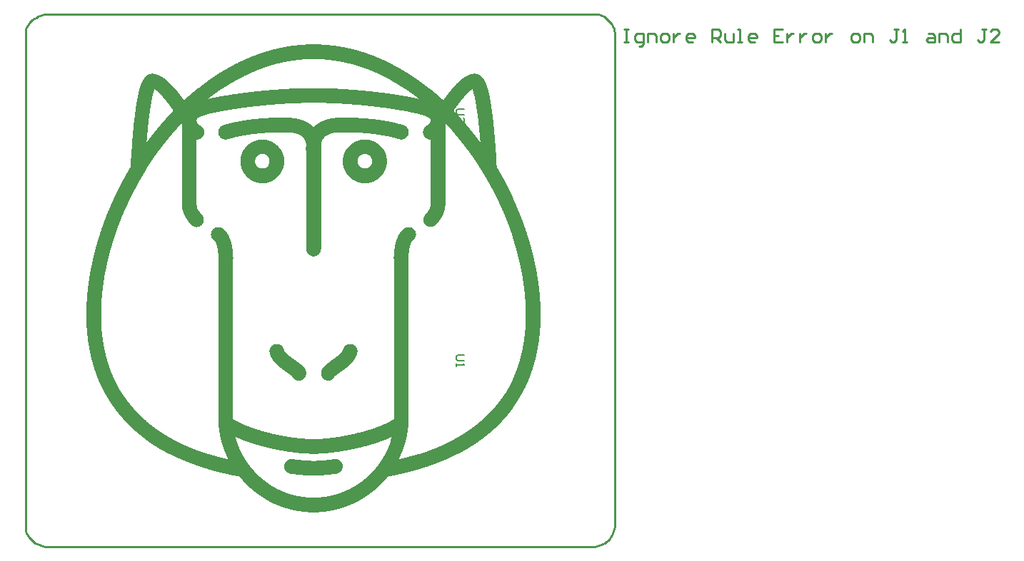
<source format=gbo>
G04*
G04 #@! TF.GenerationSoftware,Altium Limited,Altium Designer,22.10.1 (41)*
G04*
G04 Layer_Color=32896*
%FSLAX25Y25*%
%MOIN*%
G70*
G04*
G04 #@! TF.SameCoordinates,DCEE1EC3-E607-4C09-92B5-72201EF966A2*
G04*
G04*
G04 #@! TF.FilePolarity,Positive*
G04*
G01*
G75*
%ADD13C,0.00591*%
%ADD15C,0.01000*%
G36*
X138134Y234628D02*
X140454D01*
Y234462D01*
X142111D01*
Y234296D01*
X143767D01*
Y234131D01*
X145093D01*
Y233965D01*
X146253D01*
Y233799D01*
X147247D01*
Y233634D01*
X148076D01*
Y233468D01*
X149070D01*
Y233302D01*
X149733D01*
Y233137D01*
X150395D01*
Y232971D01*
X151390D01*
Y232805D01*
X152052D01*
Y232640D01*
X152715D01*
Y232474D01*
X153378D01*
Y232308D01*
X153875D01*
Y232142D01*
X154703D01*
Y231977D01*
X155201D01*
Y231811D01*
X155698D01*
Y231645D01*
X156360D01*
Y231480D01*
X156858D01*
Y231314D01*
X157355D01*
Y231148D01*
X158017D01*
Y230982D01*
X158514D01*
Y230817D01*
X159012D01*
Y230651D01*
X159343D01*
Y230486D01*
X159840D01*
Y230320D01*
X160337D01*
Y230154D01*
X160834D01*
Y229988D01*
X161331D01*
Y229823D01*
X161663D01*
Y229657D01*
X162160D01*
Y229491D01*
X162657D01*
Y229326D01*
X162988D01*
Y229160D01*
X163486D01*
Y228994D01*
X163817D01*
Y228829D01*
X164148D01*
Y228663D01*
X164645D01*
Y228497D01*
X164977D01*
Y228331D01*
X165474D01*
Y228166D01*
X165805D01*
Y228000D01*
X166137D01*
Y227834D01*
X166468D01*
Y227669D01*
X166965D01*
Y227503D01*
X167297D01*
Y227337D01*
X167628D01*
Y227171D01*
X168125D01*
Y227006D01*
X168456D01*
Y226840D01*
X168788D01*
Y226674D01*
X169119D01*
Y226509D01*
X169451D01*
Y226343D01*
X169782D01*
Y226177D01*
X170113D01*
Y226012D01*
X170445D01*
Y225846D01*
X170776D01*
Y225680D01*
X171108D01*
Y225515D01*
X171439D01*
Y225349D01*
X171770D01*
Y225183D01*
X171936D01*
Y225017D01*
X172433D01*
Y224852D01*
X172599D01*
Y224686D01*
X172930D01*
Y224520D01*
X173262D01*
Y224355D01*
X173593D01*
Y224189D01*
X173924D01*
Y224023D01*
X174090D01*
Y223857D01*
X174422D01*
Y223692D01*
X174753D01*
Y223526D01*
X175084D01*
Y223360D01*
X175250D01*
Y223195D01*
X175581D01*
Y223029D01*
X175913D01*
Y222863D01*
X176244D01*
Y222698D01*
X176410D01*
Y222532D01*
X176741D01*
Y222366D01*
X177073D01*
Y222201D01*
X177238D01*
Y222035D01*
X177570D01*
Y221869D01*
X177735D01*
Y221704D01*
X178067D01*
Y221538D01*
X178398D01*
Y221372D01*
X178564D01*
Y221206D01*
X178895D01*
Y221041D01*
X179061D01*
Y220875D01*
X179392D01*
Y220709D01*
X179558D01*
Y220544D01*
X179890D01*
Y220378D01*
X180055D01*
Y220212D01*
X180387D01*
Y220046D01*
X180718D01*
Y219881D01*
X180884D01*
Y219715D01*
X181215D01*
Y219549D01*
X181381D01*
Y219384D01*
X181712D01*
Y219218D01*
X181878D01*
Y219052D01*
X182044D01*
Y218887D01*
X182375D01*
Y218721D01*
X182541D01*
Y218555D01*
X182872D01*
Y218390D01*
X183038D01*
Y218224D01*
X183369D01*
Y218058D01*
X183535D01*
Y217892D01*
X183866D01*
Y217727D01*
X184032D01*
Y217561D01*
X184198D01*
Y217395D01*
X184529D01*
Y217230D01*
X184695D01*
Y217064D01*
X184861D01*
Y216898D01*
X185192D01*
Y216733D01*
X185358D01*
Y216567D01*
X185523D01*
Y216401D01*
X185855D01*
Y216235D01*
X186020D01*
Y216070D01*
X186186D01*
Y215904D01*
X186517D01*
Y215738D01*
X186683D01*
Y215573D01*
X186849D01*
Y215407D01*
X187180D01*
Y215241D01*
X187346D01*
Y215076D01*
X187512D01*
Y214910D01*
X187677D01*
Y214744D01*
X188009D01*
Y214579D01*
X188174D01*
Y214413D01*
X188340D01*
Y214247D01*
X188506D01*
Y214081D01*
X188837D01*
Y213916D01*
X189003D01*
Y213750D01*
X189169D01*
Y213584D01*
X189334D01*
Y213419D01*
X189666D01*
Y213253D01*
X189831D01*
Y213087D01*
X189997D01*
Y212922D01*
X190163D01*
Y212756D01*
X190329D01*
Y212590D01*
X190660D01*
Y212424D01*
X190826D01*
Y212259D01*
X190991D01*
Y212093D01*
X191157D01*
Y211927D01*
X191323D01*
Y211762D01*
X191654D01*
Y211596D01*
X191820D01*
Y211430D01*
X191985D01*
Y211264D01*
X192151D01*
Y211099D01*
X192317D01*
Y210933D01*
X192483D01*
Y210767D01*
X192648D01*
Y210602D01*
X192980D01*
Y210436D01*
X193145D01*
Y210270D01*
X193311D01*
Y210105D01*
X193477D01*
Y209939D01*
X193642D01*
Y209773D01*
X193808D01*
Y209608D01*
X193974D01*
Y209442D01*
X194140D01*
Y209276D01*
X194471D01*
Y209110D01*
X194637D01*
Y208945D01*
X194802D01*
Y208779D01*
X195134D01*
Y208945D01*
X195299D01*
Y209110D01*
X195465D01*
Y209442D01*
X195631D01*
Y209608D01*
X195797D01*
Y209939D01*
X195962D01*
Y210105D01*
X196128D01*
Y210270D01*
X196294D01*
Y210602D01*
X196459D01*
Y210767D01*
X196625D01*
Y210933D01*
X196791D01*
Y211264D01*
X196956D01*
Y211430D01*
X197122D01*
Y211596D01*
X197288D01*
Y211927D01*
X197453D01*
Y212093D01*
X197619D01*
Y212259D01*
X197785D01*
Y212424D01*
X197951D01*
Y212756D01*
X198116D01*
Y212922D01*
X198282D01*
Y213087D01*
X198448D01*
Y213253D01*
X198613D01*
Y213584D01*
X198779D01*
Y213750D01*
X198945D01*
Y213916D01*
X199110D01*
Y214081D01*
X199276D01*
Y214247D01*
X199442D01*
Y214413D01*
X199608D01*
Y214744D01*
X199773D01*
Y214910D01*
X199939D01*
Y215076D01*
X200105D01*
Y215241D01*
X200270D01*
Y215407D01*
X200436D01*
Y215573D01*
X200602D01*
Y215738D01*
X200767D01*
Y215904D01*
X200933D01*
Y216070D01*
X201099D01*
Y216235D01*
X201265D01*
Y216567D01*
X201596D01*
Y216733D01*
X201762D01*
Y216898D01*
X201927D01*
Y217064D01*
X202093D01*
Y217230D01*
X202259D01*
Y217395D01*
X202424D01*
Y217561D01*
X202590D01*
Y217727D01*
X202756D01*
Y217892D01*
X202922D01*
Y218058D01*
X203087D01*
Y218224D01*
X203253D01*
Y218390D01*
X203584D01*
Y218555D01*
X203750D01*
Y218721D01*
X203916D01*
Y218887D01*
X204247D01*
Y219052D01*
X204413D01*
Y219218D01*
X204578D01*
Y219384D01*
X204910D01*
Y219549D01*
X205076D01*
Y219715D01*
X205407D01*
Y219881D01*
X205738D01*
Y220046D01*
X206070D01*
Y220212D01*
X206401D01*
Y220378D01*
X206733D01*
Y220544D01*
X207064D01*
Y220709D01*
X207561D01*
Y220875D01*
X208058D01*
Y221041D01*
X209218D01*
Y221206D01*
X210212D01*
Y221041D01*
X211041D01*
Y220875D01*
X211372D01*
Y220709D01*
X211703D01*
Y220544D01*
X212035D01*
Y220378D01*
X212201D01*
Y220212D01*
X212532D01*
Y220046D01*
X212698D01*
Y219881D01*
X212863D01*
Y219715D01*
X213029D01*
Y219549D01*
X213195D01*
Y219384D01*
X213361D01*
Y219218D01*
X213526D01*
Y219052D01*
X213692D01*
Y218721D01*
X213858D01*
Y218555D01*
X214023D01*
Y218224D01*
X214189D01*
Y217892D01*
X214355D01*
Y217727D01*
X214520D01*
Y217395D01*
X214686D01*
Y217064D01*
X214852D01*
Y216567D01*
X215017D01*
Y216235D01*
X215183D01*
Y215738D01*
X215349D01*
Y215241D01*
X215514D01*
Y214744D01*
X215680D01*
Y214081D01*
X215846D01*
Y213584D01*
X216012D01*
Y212756D01*
X216177D01*
Y212093D01*
X216343D01*
Y211264D01*
X216509D01*
Y210767D01*
X216674D01*
Y209773D01*
X216840D01*
Y208945D01*
X217006D01*
Y207951D01*
X217172D01*
Y206956D01*
X217337D01*
Y205962D01*
X217503D01*
Y204637D01*
X217669D01*
Y203477D01*
X217834D01*
Y202317D01*
X218000D01*
Y200826D01*
X218166D01*
Y199500D01*
X218331D01*
Y198174D01*
X218497D01*
Y196352D01*
X218663D01*
Y194695D01*
X218829D01*
Y192541D01*
X218994D01*
Y190884D01*
X219160D01*
Y188730D01*
X219326D01*
Y186079D01*
X219491D01*
Y184090D01*
X219657D01*
Y181439D01*
X219823D01*
Y178125D01*
X219988D01*
Y177296D01*
X220154D01*
Y176965D01*
X220320D01*
Y176799D01*
X220485D01*
Y176468D01*
X220651D01*
Y176137D01*
X220817D01*
Y175805D01*
X220983D01*
Y175639D01*
X221148D01*
Y175308D01*
X221314D01*
Y174977D01*
X221480D01*
Y174645D01*
X221645D01*
Y174480D01*
X221811D01*
Y174148D01*
X221977D01*
Y173817D01*
X222142D01*
Y173651D01*
X222308D01*
Y173320D01*
X222474D01*
Y172988D01*
X222639D01*
Y172657D01*
X222805D01*
Y172326D01*
X222971D01*
Y171994D01*
X223137D01*
Y171828D01*
X223302D01*
Y171497D01*
X223468D01*
Y171166D01*
X223634D01*
Y170834D01*
X223799D01*
Y170503D01*
X223965D01*
Y170171D01*
X224131D01*
Y169840D01*
X224296D01*
Y169509D01*
X224462D01*
Y169177D01*
X224628D01*
Y168846D01*
X224794D01*
Y168680D01*
X224959D01*
Y168349D01*
X225125D01*
Y167852D01*
X225291D01*
Y167686D01*
X225456D01*
Y167355D01*
X225622D01*
Y167023D01*
X225788D01*
Y166692D01*
X225954D01*
Y166195D01*
X226119D01*
Y165863D01*
X226285D01*
Y165532D01*
X226451D01*
Y165201D01*
X226616D01*
Y164869D01*
X226782D01*
Y164538D01*
X226948D01*
Y164206D01*
X227113D01*
Y163875D01*
X227279D01*
Y163544D01*
X227445D01*
Y163212D01*
X227610D01*
Y162881D01*
X227776D01*
Y162384D01*
X227942D01*
Y162052D01*
X228108D01*
Y161721D01*
X228273D01*
Y161390D01*
X228439D01*
Y160892D01*
X228605D01*
Y160561D01*
X228770D01*
Y160230D01*
X228936D01*
Y159898D01*
X229102D01*
Y159401D01*
X229267D01*
Y159070D01*
X229433D01*
Y158738D01*
X229599D01*
Y158241D01*
X229765D01*
Y157910D01*
X229930D01*
Y157413D01*
X230096D01*
Y157081D01*
X230262D01*
Y156584D01*
X230427D01*
Y156253D01*
X230593D01*
Y155921D01*
X230759D01*
Y155424D01*
X230924D01*
Y154927D01*
X231090D01*
Y154596D01*
X231256D01*
Y154099D01*
X231421D01*
Y153767D01*
X231587D01*
Y153270D01*
X231753D01*
Y152773D01*
X231919D01*
Y152442D01*
X232084D01*
Y151945D01*
X232250D01*
Y151448D01*
X232416D01*
Y151116D01*
X232581D01*
Y150619D01*
X232747D01*
Y150122D01*
X232913D01*
Y149625D01*
X233079D01*
Y149128D01*
X233244D01*
Y148796D01*
X233410D01*
Y148134D01*
X233576D01*
Y147637D01*
X233741D01*
Y147305D01*
X233907D01*
Y146808D01*
X234073D01*
Y146145D01*
X234238D01*
Y145648D01*
X234404D01*
Y145151D01*
X234570D01*
Y144654D01*
X234735D01*
Y143991D01*
X234901D01*
Y143494D01*
X235067D01*
Y142997D01*
X235233D01*
Y142500D01*
X235398D01*
Y141837D01*
X235564D01*
Y141340D01*
X235730D01*
Y140677D01*
X235895D01*
Y140180D01*
X236061D01*
Y139352D01*
X236227D01*
Y138855D01*
X236392D01*
Y138357D01*
X236558D01*
Y137529D01*
X236724D01*
Y136866D01*
X236890D01*
Y136204D01*
X237055D01*
Y135541D01*
X237221D01*
Y134878D01*
X237387D01*
Y134049D01*
X237552D01*
Y133221D01*
X237718D01*
Y132724D01*
X237884D01*
Y131730D01*
X238049D01*
Y131067D01*
X238215D01*
Y130238D01*
X238381D01*
Y129244D01*
X238546D01*
Y128416D01*
X238712D01*
Y127256D01*
X238878D01*
Y126262D01*
X239044D01*
Y125433D01*
X239209D01*
Y124108D01*
X239375D01*
Y123113D01*
X239541D01*
Y121953D01*
X239706D01*
Y120297D01*
X239872D01*
Y118805D01*
X240038D01*
Y116651D01*
X240203D01*
Y114497D01*
X240369D01*
Y110852D01*
X240535D01*
Y105881D01*
X240369D01*
Y102401D01*
X240203D01*
Y100413D01*
X240038D01*
Y98424D01*
X239872D01*
Y97099D01*
X239706D01*
Y95608D01*
X239541D01*
Y94613D01*
X239375D01*
Y93785D01*
X239209D01*
Y92625D01*
X239044D01*
Y91796D01*
X238878D01*
Y90968D01*
X238712D01*
Y90140D01*
X238546D01*
Y89311D01*
X238381D01*
Y88648D01*
X238215D01*
Y87985D01*
X238049D01*
Y87323D01*
X237884D01*
Y86660D01*
X237718D01*
Y86163D01*
X237552D01*
Y85500D01*
X237387D01*
Y84837D01*
X237221D01*
Y84340D01*
X237055D01*
Y83843D01*
X236890D01*
Y83180D01*
X236724D01*
Y82683D01*
X236558D01*
Y82186D01*
X236392D01*
Y81855D01*
X236227D01*
Y81358D01*
X236061D01*
Y80861D01*
X235895D01*
Y80363D01*
X235730D01*
Y79866D01*
X235564D01*
Y79535D01*
X235398D01*
Y79038D01*
X235233D01*
Y78541D01*
X235067D01*
Y78209D01*
X234901D01*
Y77878D01*
X234735D01*
Y77381D01*
X234570D01*
Y77049D01*
X234404D01*
Y76718D01*
X234238D01*
Y76221D01*
X234073D01*
Y75889D01*
X233907D01*
Y75558D01*
X233741D01*
Y75227D01*
X233576D01*
Y74895D01*
X233410D01*
Y74398D01*
X233244D01*
Y74233D01*
X233079D01*
Y73901D01*
X232913D01*
Y73570D01*
X232747D01*
Y73238D01*
X232581D01*
Y72741D01*
X232416D01*
Y72576D01*
X232250D01*
Y72244D01*
X232084D01*
Y71913D01*
X231919D01*
Y71581D01*
X231753D01*
Y71250D01*
X231587D01*
Y71084D01*
X231421D01*
Y70753D01*
X231256D01*
Y70421D01*
X231090D01*
Y70090D01*
X230924D01*
Y69924D01*
X230759D01*
Y69593D01*
X230593D01*
Y69262D01*
X230427D01*
Y69096D01*
X230262D01*
Y68765D01*
X230096D01*
Y68433D01*
X229930D01*
Y68267D01*
X229765D01*
Y67936D01*
X229599D01*
Y67770D01*
X229433D01*
Y67439D01*
X229267D01*
Y67273D01*
X229102D01*
Y66942D01*
X228936D01*
Y66776D01*
X228770D01*
Y66445D01*
X228605D01*
Y66279D01*
X228439D01*
Y65948D01*
X228273D01*
Y65782D01*
X228108D01*
Y65451D01*
X227942D01*
Y65285D01*
X227776D01*
Y64954D01*
X227610D01*
Y64788D01*
X227445D01*
Y64622D01*
X227279D01*
Y64291D01*
X227113D01*
Y64125D01*
X226948D01*
Y63959D01*
X226782D01*
Y63628D01*
X226616D01*
Y63462D01*
X226451D01*
Y63297D01*
X226285D01*
Y62965D01*
X226119D01*
Y62799D01*
X225954D01*
Y62634D01*
X225788D01*
Y62468D01*
X225622D01*
Y62137D01*
X225456D01*
Y61971D01*
X225291D01*
Y61805D01*
X225125D01*
Y61639D01*
X224959D01*
Y61308D01*
X224794D01*
Y61142D01*
X224628D01*
Y60977D01*
X224462D01*
Y60811D01*
X224296D01*
Y60645D01*
X224131D01*
Y60480D01*
X223965D01*
Y60148D01*
X223799D01*
Y59983D01*
X223634D01*
Y59817D01*
X223468D01*
Y59651D01*
X223302D01*
Y59486D01*
X223137D01*
Y59320D01*
X222971D01*
Y59154D01*
X222805D01*
Y58988D01*
X222639D01*
Y58823D01*
X222474D01*
Y58491D01*
X222308D01*
Y58326D01*
X222142D01*
Y58160D01*
X221977D01*
Y57994D01*
X221811D01*
Y57828D01*
X221645D01*
Y57663D01*
X221480D01*
Y57497D01*
X221314D01*
Y57331D01*
X221148D01*
Y57166D01*
X220983D01*
Y57000D01*
X220817D01*
Y56834D01*
X220651D01*
Y56669D01*
X220485D01*
Y56503D01*
X220320D01*
Y56337D01*
X220154D01*
Y56172D01*
X219988D01*
Y56006D01*
X219823D01*
Y55840D01*
X219657D01*
Y55674D01*
X219326D01*
Y55343D01*
X218994D01*
Y55177D01*
X218829D01*
Y55012D01*
X218663D01*
Y54846D01*
X218497D01*
Y54680D01*
X218331D01*
Y54514D01*
X218166D01*
Y54349D01*
X218000D01*
Y54183D01*
X217834D01*
Y54017D01*
X217503D01*
Y53852D01*
X217337D01*
Y53686D01*
X217172D01*
Y53520D01*
X217006D01*
Y53355D01*
X216840D01*
Y53189D01*
X216674D01*
Y53023D01*
X216509D01*
Y52858D01*
X216177D01*
Y52692D01*
X216012D01*
Y52526D01*
X215846D01*
Y52360D01*
X215680D01*
Y52195D01*
X215349D01*
Y52029D01*
X215183D01*
Y51863D01*
X215017D01*
Y51698D01*
X214852D01*
Y51532D01*
X214520D01*
Y51366D01*
X214355D01*
Y51201D01*
X214189D01*
Y51035D01*
X214023D01*
Y50869D01*
X213692D01*
Y50704D01*
X213526D01*
Y50538D01*
X213361D01*
Y50372D01*
X213029D01*
Y50206D01*
X212863D01*
Y50041D01*
X212532D01*
Y49875D01*
X212366D01*
Y49709D01*
X212201D01*
Y49544D01*
X211869D01*
Y49378D01*
X211703D01*
Y49212D01*
X211538D01*
Y49046D01*
X211206D01*
Y48881D01*
X211041D01*
Y48715D01*
X210709D01*
Y48549D01*
X210544D01*
Y48384D01*
X210212D01*
Y48218D01*
X210047D01*
Y48052D01*
X209715D01*
Y47887D01*
X209549D01*
Y47721D01*
X209218D01*
Y47555D01*
X209052D01*
Y47390D01*
X208721D01*
Y47224D01*
X208555D01*
Y47058D01*
X208224D01*
Y46892D01*
X207892D01*
Y46727D01*
X207727D01*
Y46561D01*
X207395D01*
Y46395D01*
X207230D01*
Y46230D01*
X206898D01*
Y46064D01*
X206567D01*
Y45898D01*
X206401D01*
Y45733D01*
X206070D01*
Y45567D01*
X205738D01*
Y45401D01*
X205407D01*
Y45235D01*
X205241D01*
Y45070D01*
X204910D01*
Y44904D01*
X204578D01*
Y44738D01*
X204247D01*
Y44573D01*
X204081D01*
Y44407D01*
X203750D01*
Y44241D01*
X203419D01*
Y44076D01*
X203087D01*
Y43910D01*
X202756D01*
Y43744D01*
X202424D01*
Y43578D01*
X202093D01*
Y43413D01*
X201762D01*
Y43247D01*
X201596D01*
Y43081D01*
X201265D01*
Y42916D01*
X200767D01*
Y42750D01*
X200602D01*
Y42584D01*
X200105D01*
Y42419D01*
X199773D01*
Y42253D01*
X199442D01*
Y42087D01*
X199110D01*
Y41921D01*
X198779D01*
Y41756D01*
X198448D01*
Y41590D01*
X198116D01*
Y41424D01*
X197785D01*
Y41259D01*
X197288D01*
Y41093D01*
X196956D01*
Y40927D01*
X196625D01*
Y40762D01*
X196294D01*
Y40596D01*
X195962D01*
Y40430D01*
X195465D01*
Y40264D01*
X195134D01*
Y40099D01*
X194802D01*
Y39933D01*
X194305D01*
Y39767D01*
X193808D01*
Y39602D01*
X193477D01*
Y39436D01*
X192980D01*
Y39270D01*
X192648D01*
Y39105D01*
X192151D01*
Y38939D01*
X191820D01*
Y38773D01*
X191323D01*
Y38607D01*
X190826D01*
Y38442D01*
X190494D01*
Y38276D01*
X189997D01*
Y38111D01*
X189500D01*
Y37945D01*
X189003D01*
Y37779D01*
X188506D01*
Y37613D01*
X188009D01*
Y37448D01*
X187677D01*
Y37282D01*
X187014D01*
Y37116D01*
X186517D01*
Y36951D01*
X186186D01*
Y36785D01*
X185523D01*
Y36619D01*
X185026D01*
Y36454D01*
X184529D01*
Y36288D01*
X183866D01*
Y36122D01*
X183369D01*
Y35956D01*
X182706D01*
Y35791D01*
X182209D01*
Y35625D01*
X181712D01*
Y35459D01*
X181049D01*
Y35294D01*
X180387D01*
Y35128D01*
X179724D01*
Y34962D01*
X179061D01*
Y34797D01*
X178564D01*
Y34631D01*
X177901D01*
Y34465D01*
X177073D01*
Y34299D01*
X176576D01*
Y34134D01*
X175747D01*
Y33968D01*
X175084D01*
Y33802D01*
X174256D01*
Y33637D01*
X173593D01*
Y33471D01*
X172765D01*
Y33305D01*
X171936D01*
Y33140D01*
X171108D01*
Y32974D01*
X170279D01*
Y32808D01*
X169451D01*
Y32642D01*
X168954D01*
Y32477D01*
X168788D01*
Y32145D01*
X168622D01*
Y31980D01*
X168456D01*
Y31814D01*
X168291D01*
Y31648D01*
X168125D01*
Y31482D01*
X167959D01*
Y31317D01*
X167794D01*
Y31151D01*
X167628D01*
Y30820D01*
X167462D01*
Y30654D01*
X167297D01*
Y30488D01*
X167131D01*
Y30323D01*
X166965D01*
Y30157D01*
X166799D01*
Y29991D01*
X166634D01*
Y29826D01*
X166468D01*
Y29660D01*
X166302D01*
Y29494D01*
X166137D01*
Y29329D01*
X165971D01*
Y29163D01*
X165805D01*
Y28997D01*
X165639D01*
Y28831D01*
X165474D01*
Y28666D01*
X165308D01*
Y28500D01*
X165142D01*
Y28334D01*
X164977D01*
Y28169D01*
X164811D01*
Y28003D01*
X164645D01*
Y27837D01*
X164480D01*
Y27672D01*
X164314D01*
Y27506D01*
X164148D01*
Y27340D01*
X163983D01*
Y27174D01*
X163651D01*
Y27009D01*
X163486D01*
Y26843D01*
X163320D01*
Y26677D01*
X163154D01*
Y26512D01*
X162988D01*
Y26346D01*
X162657D01*
Y26180D01*
X162491D01*
Y26015D01*
X162326D01*
Y25849D01*
X162160D01*
Y25683D01*
X161828D01*
Y25517D01*
X161663D01*
Y25352D01*
X161497D01*
Y25186D01*
X161166D01*
Y25020D01*
X161000D01*
Y24855D01*
X160834D01*
Y24689D01*
X160669D01*
Y24523D01*
X160337D01*
Y24358D01*
X160171D01*
Y24192D01*
X159840D01*
Y24026D01*
X159674D01*
Y23860D01*
X159343D01*
Y23695D01*
X159177D01*
Y23529D01*
X158846D01*
Y23363D01*
X158680D01*
Y23198D01*
X158349D01*
Y23032D01*
X158183D01*
Y22866D01*
X157852D01*
Y22701D01*
X157686D01*
Y22535D01*
X157355D01*
Y22369D01*
X157023D01*
Y22204D01*
X156858D01*
Y22038D01*
X156526D01*
Y21872D01*
X156195D01*
Y21706D01*
X155863D01*
Y21541D01*
X155698D01*
Y21375D01*
X155366D01*
Y21209D01*
X155035D01*
Y21044D01*
X154703D01*
Y20878D01*
X154372D01*
Y20712D01*
X154041D01*
Y20547D01*
X153709D01*
Y20381D01*
X153212D01*
Y20215D01*
X153047D01*
Y20049D01*
X152549D01*
Y19884D01*
X152218D01*
Y19718D01*
X151887D01*
Y19552D01*
X151390D01*
Y19387D01*
X151058D01*
Y19221D01*
X150561D01*
Y19055D01*
X150064D01*
Y18890D01*
X149898D01*
Y18724D01*
X149235D01*
Y18558D01*
X148904D01*
Y18392D01*
X148407D01*
Y18227D01*
X147744D01*
Y18061D01*
X147247D01*
Y17895D01*
X146750D01*
Y17730D01*
X146087D01*
Y17564D01*
X145590D01*
Y17398D01*
X144762D01*
Y17233D01*
X144099D01*
Y17067D01*
X143436D01*
Y16901D01*
X142442D01*
Y16736D01*
X141448D01*
Y16570D01*
X140288D01*
Y16404D01*
X138631D01*
Y16238D01*
X137139D01*
Y16073D01*
X131837D01*
Y16238D01*
X130346D01*
Y16404D01*
X128689D01*
Y16570D01*
X127529D01*
Y16736D01*
X126535D01*
Y16901D01*
X125541D01*
Y17067D01*
X124878D01*
Y17233D01*
X124215D01*
Y17398D01*
X123387D01*
Y17564D01*
X122889D01*
Y17730D01*
X122392D01*
Y17895D01*
X121730D01*
Y18061D01*
X121233D01*
Y18227D01*
X120570D01*
Y18392D01*
X120238D01*
Y18558D01*
X119741D01*
Y18724D01*
X119244D01*
Y18890D01*
X118913D01*
Y19055D01*
X118416D01*
Y19221D01*
X117919D01*
Y19387D01*
X117587D01*
Y19552D01*
X117090D01*
Y19718D01*
X116759D01*
Y19884D01*
X116427D01*
Y20049D01*
X115930D01*
Y20215D01*
X115764D01*
Y20381D01*
X115267D01*
Y20547D01*
X114936D01*
Y20712D01*
X114605D01*
Y20878D01*
X114273D01*
Y21044D01*
X113942D01*
Y21209D01*
X113610D01*
Y21375D01*
X113279D01*
Y21541D01*
X113113D01*
Y21706D01*
X112782D01*
Y21872D01*
X112451D01*
Y22038D01*
X112119D01*
Y22204D01*
X111953D01*
Y22369D01*
X111622D01*
Y22535D01*
X111291D01*
Y22701D01*
X111125D01*
Y22866D01*
X110794D01*
Y23032D01*
X110628D01*
Y23198D01*
X110296D01*
Y23363D01*
X110131D01*
Y23529D01*
X109799D01*
Y23695D01*
X109634D01*
Y23860D01*
X109302D01*
Y24026D01*
X109137D01*
Y24192D01*
X108805D01*
Y24358D01*
X108640D01*
Y24523D01*
X108308D01*
Y24689D01*
X108142D01*
Y24855D01*
X107977D01*
Y25020D01*
X107645D01*
Y25186D01*
X107480D01*
Y25352D01*
X107314D01*
Y25517D01*
X107148D01*
Y25683D01*
X106817D01*
Y25849D01*
X106651D01*
Y26015D01*
X106485D01*
Y26180D01*
X106320D01*
Y26346D01*
X106154D01*
Y26512D01*
X105823D01*
Y26677D01*
X105657D01*
Y26843D01*
X105491D01*
Y27009D01*
X105326D01*
Y27174D01*
X105160D01*
Y27340D01*
X104829D01*
Y27506D01*
X104663D01*
Y27672D01*
X104497D01*
Y27837D01*
X104331D01*
Y28003D01*
X104166D01*
Y28169D01*
X104000D01*
Y28334D01*
X103834D01*
Y28500D01*
X103669D01*
Y28666D01*
X103503D01*
Y28831D01*
X103337D01*
Y28997D01*
X103172D01*
Y29163D01*
X103006D01*
Y29329D01*
X102840D01*
Y29494D01*
X102674D01*
Y29660D01*
X102509D01*
Y29826D01*
X102343D01*
Y29991D01*
X102177D01*
Y30157D01*
X102012D01*
Y30323D01*
X101846D01*
Y30488D01*
X101680D01*
Y30654D01*
X101514D01*
Y30820D01*
X101349D01*
Y31151D01*
X101183D01*
Y31317D01*
X101017D01*
Y31482D01*
X100852D01*
Y31648D01*
X100686D01*
Y31814D01*
X100520D01*
Y31980D01*
X100355D01*
Y32311D01*
X100189D01*
Y32477D01*
X100023D01*
Y32642D01*
X99692D01*
Y32808D01*
X98698D01*
Y32974D01*
X98035D01*
Y33140D01*
X97206D01*
Y33305D01*
X96212D01*
Y33471D01*
X95549D01*
Y33637D01*
X94721D01*
Y33802D01*
X94058D01*
Y33968D01*
X93395D01*
Y34134D01*
X92567D01*
Y34299D01*
X91904D01*
Y34465D01*
X91241D01*
Y34631D01*
X90579D01*
Y34797D01*
X89916D01*
Y34962D01*
X89253D01*
Y35128D01*
X88590D01*
Y35294D01*
X87927D01*
Y35459D01*
X87265D01*
Y35625D01*
X86767D01*
Y35791D01*
X86270D01*
Y35956D01*
X85608D01*
Y36122D01*
X85110D01*
Y36288D01*
X84613D01*
Y36454D01*
X83951D01*
Y36619D01*
X83454D01*
Y36785D01*
X82956D01*
Y36951D01*
X82459D01*
Y37116D01*
X81962D01*
Y37282D01*
X81299D01*
Y37448D01*
X80968D01*
Y37613D01*
X80471D01*
Y37779D01*
X79974D01*
Y37945D01*
X79477D01*
Y38111D01*
X78980D01*
Y38276D01*
X78648D01*
Y38442D01*
X78151D01*
Y38607D01*
X77654D01*
Y38773D01*
X77323D01*
Y38939D01*
X76826D01*
Y39105D01*
X76328D01*
Y39270D01*
X75997D01*
Y39436D01*
X75500D01*
Y39602D01*
X75169D01*
Y39767D01*
X74837D01*
Y39933D01*
X74340D01*
Y40099D01*
X74009D01*
Y40264D01*
X73512D01*
Y40430D01*
X73180D01*
Y40596D01*
X72849D01*
Y40762D01*
X72352D01*
Y40927D01*
X72020D01*
Y41093D01*
X71689D01*
Y41259D01*
X71192D01*
Y41424D01*
X70860D01*
Y41590D01*
X70529D01*
Y41756D01*
X70198D01*
Y41921D01*
X69866D01*
Y42087D01*
X69535D01*
Y42253D01*
X69204D01*
Y42419D01*
X68872D01*
Y42584D01*
X68541D01*
Y42750D01*
X68209D01*
Y42916D01*
X67878D01*
Y43081D01*
X67546D01*
Y43247D01*
X67215D01*
Y43413D01*
X66884D01*
Y43578D01*
X66552D01*
Y43744D01*
X66221D01*
Y43910D01*
X65890D01*
Y44076D01*
X65558D01*
Y44241D01*
X65227D01*
Y44407D01*
X65061D01*
Y44573D01*
X64730D01*
Y44738D01*
X64398D01*
Y44904D01*
X64067D01*
Y45070D01*
X63736D01*
Y45235D01*
X63570D01*
Y45401D01*
X63238D01*
Y45567D01*
X62907D01*
Y45733D01*
X62576D01*
Y45898D01*
X62410D01*
Y46064D01*
X62078D01*
Y46230D01*
X61913D01*
Y46395D01*
X61581D01*
Y46561D01*
X61250D01*
Y46727D01*
X61084D01*
Y46892D01*
X60753D01*
Y47058D01*
X60587D01*
Y47224D01*
X60256D01*
Y47390D01*
X59924D01*
Y47555D01*
X59759D01*
Y47721D01*
X59427D01*
Y47887D01*
X59262D01*
Y48052D01*
X58930D01*
Y48218D01*
X58764D01*
Y48384D01*
X58433D01*
Y48549D01*
X58267D01*
Y48715D01*
X57936D01*
Y48881D01*
X57770D01*
Y49046D01*
X57605D01*
Y49212D01*
X57273D01*
Y49378D01*
X57108D01*
Y49544D01*
X56776D01*
Y49709D01*
X56611D01*
Y49875D01*
X56445D01*
Y50041D01*
X56113D01*
Y50206D01*
X55948D01*
Y50372D01*
X55782D01*
Y50538D01*
X55451D01*
Y50704D01*
X55285D01*
Y50869D01*
X55119D01*
Y51035D01*
X54788D01*
Y51201D01*
X54622D01*
Y51366D01*
X54456D01*
Y51532D01*
X54125D01*
Y51698D01*
X53959D01*
Y51863D01*
X53794D01*
Y52029D01*
X53628D01*
Y52195D01*
X53297D01*
Y52360D01*
X53131D01*
Y52526D01*
X52965D01*
Y52692D01*
X52799D01*
Y52858D01*
X52634D01*
Y53023D01*
X52302D01*
Y53189D01*
X52137D01*
Y53355D01*
X51971D01*
Y53520D01*
X51805D01*
Y53686D01*
X51639D01*
Y53852D01*
X51474D01*
Y54017D01*
X51142D01*
Y54183D01*
X50977D01*
Y54349D01*
X50811D01*
Y54514D01*
X50645D01*
Y54680D01*
X50480D01*
Y54846D01*
X50314D01*
Y55012D01*
X50148D01*
Y55177D01*
X49983D01*
Y55343D01*
X49817D01*
Y55509D01*
X49651D01*
Y55674D01*
X49485D01*
Y55840D01*
X49154D01*
Y56006D01*
X48988D01*
Y56172D01*
X48823D01*
Y56337D01*
X48657D01*
Y56503D01*
X48491D01*
Y56669D01*
X48326D01*
Y56834D01*
X48160D01*
Y57000D01*
X47994D01*
Y57166D01*
X47829D01*
Y57331D01*
X47663D01*
Y57497D01*
X47497D01*
Y57663D01*
X47331D01*
Y57828D01*
X47166D01*
Y57994D01*
X47000D01*
Y58326D01*
X46834D01*
Y58491D01*
X46669D01*
Y58657D01*
X46503D01*
Y58823D01*
X46337D01*
Y58988D01*
X46172D01*
Y59154D01*
X46006D01*
Y59320D01*
X45840D01*
Y59486D01*
X45674D01*
Y59651D01*
X45509D01*
Y59817D01*
X45343D01*
Y60148D01*
X45177D01*
Y60314D01*
X45012D01*
Y60480D01*
X44846D01*
Y60645D01*
X44680D01*
Y60811D01*
X44515D01*
Y60977D01*
X44349D01*
Y61142D01*
X44183D01*
Y61474D01*
X44017D01*
Y61639D01*
X43852D01*
Y61805D01*
X43686D01*
Y61971D01*
X43520D01*
Y62302D01*
X43355D01*
Y62468D01*
X43189D01*
Y62634D01*
X43023D01*
Y62799D01*
X42858D01*
Y63131D01*
X42692D01*
Y63297D01*
X42526D01*
Y63462D01*
X42360D01*
Y63628D01*
X42195D01*
Y63959D01*
X42029D01*
Y64125D01*
X41863D01*
Y64291D01*
X41698D01*
Y64622D01*
X41532D01*
Y64788D01*
X41366D01*
Y65119D01*
X41201D01*
Y65285D01*
X41035D01*
Y65451D01*
X40869D01*
Y65782D01*
X40703D01*
Y65948D01*
X40538D01*
Y66279D01*
X40372D01*
Y66445D01*
X40206D01*
Y66776D01*
X40041D01*
Y66942D01*
X39875D01*
Y67273D01*
X39709D01*
Y67439D01*
X39544D01*
Y67770D01*
X39378D01*
Y67936D01*
X39212D01*
Y68267D01*
X39046D01*
Y68433D01*
X38881D01*
Y68765D01*
X38715D01*
Y69096D01*
X38549D01*
Y69427D01*
X38384D01*
Y69593D01*
X38218D01*
Y69924D01*
X38052D01*
Y70090D01*
X37887D01*
Y70421D01*
X37721D01*
Y70753D01*
X37555D01*
Y71084D01*
X37389D01*
Y71250D01*
X37224D01*
Y71581D01*
X37058D01*
Y71913D01*
X36892D01*
Y72244D01*
X36727D01*
Y72576D01*
X36561D01*
Y72907D01*
X36395D01*
Y73238D01*
X36230D01*
Y73570D01*
X36064D01*
Y73901D01*
X35898D01*
Y74233D01*
X35733D01*
Y74564D01*
X35567D01*
Y74895D01*
X35401D01*
Y75227D01*
X35236D01*
Y75558D01*
X35070D01*
Y75889D01*
X34904D01*
Y76387D01*
X34738D01*
Y76718D01*
X34573D01*
Y77049D01*
X34407D01*
Y77381D01*
X34241D01*
Y77878D01*
X34076D01*
Y78209D01*
X33910D01*
Y78541D01*
X33744D01*
Y79038D01*
X33579D01*
Y79535D01*
X33413D01*
Y80032D01*
X33247D01*
Y80363D01*
X33081D01*
Y80861D01*
X32916D01*
Y81358D01*
X32750D01*
Y81855D01*
X32584D01*
Y82186D01*
X32419D01*
Y82683D01*
X32253D01*
Y83346D01*
X32087D01*
Y83843D01*
X31921D01*
Y84340D01*
X31756D01*
Y84837D01*
X31590D01*
Y85500D01*
X31424D01*
Y86163D01*
X31259D01*
Y86660D01*
X31093D01*
Y87323D01*
X30927D01*
Y87985D01*
X30762D01*
Y88648D01*
X30596D01*
Y89477D01*
X30430D01*
Y90140D01*
X30264D01*
Y90968D01*
X30099D01*
Y91796D01*
X29933D01*
Y92625D01*
X29767D01*
Y93785D01*
X29602D01*
Y94613D01*
X29436D01*
Y95608D01*
X29270D01*
Y97099D01*
X29105D01*
Y98424D01*
X28939D01*
Y100413D01*
X28773D01*
Y102401D01*
X28608D01*
Y105881D01*
X28442D01*
Y110852D01*
X28608D01*
Y114497D01*
X28773D01*
Y116651D01*
X28939D01*
Y118805D01*
X29105D01*
Y120462D01*
X29270D01*
Y121953D01*
X29436D01*
Y123113D01*
X29602D01*
Y124273D01*
X29767D01*
Y125599D01*
X29933D01*
Y126427D01*
X30099D01*
Y127421D01*
X30264D01*
Y128416D01*
X30430D01*
Y129244D01*
X30596D01*
Y130238D01*
X30762D01*
Y131067D01*
X30927D01*
Y131730D01*
X31093D01*
Y132724D01*
X31259D01*
Y133387D01*
X31424D01*
Y134049D01*
X31590D01*
Y134878D01*
X31756D01*
Y135541D01*
X31921D01*
Y136204D01*
X32087D01*
Y136866D01*
X32253D01*
Y137529D01*
X32419D01*
Y138357D01*
X32584D01*
Y138855D01*
X32750D01*
Y139517D01*
X32916D01*
Y140180D01*
X33081D01*
Y140677D01*
X33247D01*
Y141340D01*
X33413D01*
Y141837D01*
X33579D01*
Y142500D01*
X33744D01*
Y143163D01*
X33910D01*
Y143494D01*
X34076D01*
Y144157D01*
X34241D01*
Y144654D01*
X34407D01*
Y145151D01*
X34573D01*
Y145648D01*
X34738D01*
Y146145D01*
X34904D01*
Y146808D01*
X35070D01*
Y147305D01*
X35236D01*
Y147637D01*
X35401D01*
Y148134D01*
X35567D01*
Y148796D01*
X35733D01*
Y149128D01*
X35898D01*
Y149625D01*
X36064D01*
Y150122D01*
X36230D01*
Y150619D01*
X36395D01*
Y151116D01*
X36561D01*
Y151448D01*
X36727D01*
Y151945D01*
X36892D01*
Y152442D01*
X37058D01*
Y152773D01*
X37224D01*
Y153270D01*
X37389D01*
Y153767D01*
X37555D01*
Y154264D01*
X37721D01*
Y154596D01*
X37887D01*
Y155093D01*
X38052D01*
Y155424D01*
X38218D01*
Y155921D01*
X38384D01*
Y156253D01*
X38549D01*
Y156750D01*
X38715D01*
Y157081D01*
X38881D01*
Y157413D01*
X39046D01*
Y157910D01*
X39212D01*
Y158241D01*
X39378D01*
Y158738D01*
X39544D01*
Y159070D01*
X39709D01*
Y159401D01*
X39875D01*
Y159898D01*
X40041D01*
Y160230D01*
X40206D01*
Y160561D01*
X40372D01*
Y160892D01*
X40538D01*
Y161390D01*
X40703D01*
Y161721D01*
X40869D01*
Y162052D01*
X41035D01*
Y162384D01*
X41201D01*
Y162881D01*
X41366D01*
Y163212D01*
X41532D01*
Y163544D01*
X41698D01*
Y163875D01*
X41863D01*
Y164206D01*
X42029D01*
Y164538D01*
X42195D01*
Y164869D01*
X42360D01*
Y165201D01*
X42526D01*
Y165532D01*
X42692D01*
Y165863D01*
X42858D01*
Y166195D01*
X43023D01*
Y166692D01*
X43189D01*
Y167023D01*
X43355D01*
Y167355D01*
X43520D01*
Y167686D01*
X43686D01*
Y168017D01*
X43852D01*
Y168349D01*
X44017D01*
Y168680D01*
X44183D01*
Y168846D01*
X44349D01*
Y169177D01*
X44515D01*
Y169509D01*
X44680D01*
Y169840D01*
X44846D01*
Y170171D01*
X45012D01*
Y170503D01*
X45177D01*
Y170834D01*
X45343D01*
Y171166D01*
X45509D01*
Y171497D01*
X45674D01*
Y171828D01*
X45840D01*
Y171994D01*
X46006D01*
Y172326D01*
X46172D01*
Y172657D01*
X46337D01*
Y172988D01*
X46503D01*
Y173320D01*
X46669D01*
Y173651D01*
X46834D01*
Y173817D01*
X47000D01*
Y174148D01*
X47166D01*
Y174480D01*
X47331D01*
Y174645D01*
X47497D01*
Y174977D01*
X47663D01*
Y175308D01*
X47829D01*
Y175639D01*
X47994D01*
Y175805D01*
X48160D01*
Y176137D01*
X48326D01*
Y176468D01*
X48491D01*
Y176799D01*
X48657D01*
Y176965D01*
X48823D01*
Y177296D01*
X48988D01*
Y178125D01*
X49154D01*
Y181439D01*
X49320D01*
Y184090D01*
X49485D01*
Y186079D01*
X49651D01*
Y188895D01*
X49817D01*
Y190884D01*
X49983D01*
Y192541D01*
X50148D01*
Y194695D01*
X50314D01*
Y196352D01*
X50480D01*
Y198174D01*
X50645D01*
Y199500D01*
X50811D01*
Y200660D01*
X50977D01*
Y202317D01*
X51142D01*
Y203311D01*
X51308D01*
Y204471D01*
X51474D01*
Y205797D01*
X51639D01*
Y206791D01*
X51805D01*
Y207951D01*
X51971D01*
Y208779D01*
X52137D01*
Y209608D01*
X52302D01*
Y210602D01*
X52468D01*
Y211264D01*
X52634D01*
Y212093D01*
X52799D01*
Y212756D01*
X52965D01*
Y213584D01*
X53131D01*
Y214081D01*
X53297D01*
Y214744D01*
X53462D01*
Y215241D01*
X53628D01*
Y215738D01*
X53794D01*
Y216235D01*
X53959D01*
Y216567D01*
X54125D01*
Y217064D01*
X54291D01*
Y217395D01*
X54456D01*
Y217727D01*
X54622D01*
Y217892D01*
X54788D01*
Y218224D01*
X54953D01*
Y218555D01*
X55119D01*
Y218721D01*
X55285D01*
Y219052D01*
X55451D01*
Y219218D01*
X55616D01*
Y219384D01*
X55782D01*
Y219549D01*
X55948D01*
Y219715D01*
X56113D01*
Y219881D01*
X56279D01*
Y220046D01*
X56445D01*
Y220212D01*
X56776D01*
Y220378D01*
X56942D01*
Y220544D01*
X57108D01*
Y220709D01*
X57605D01*
Y220875D01*
X57936D01*
Y221041D01*
X58764D01*
Y221206D01*
X59759D01*
Y221041D01*
X60919D01*
Y220875D01*
X61250D01*
Y220709D01*
X61913D01*
Y220544D01*
X62244D01*
Y220378D01*
X62576D01*
Y220212D01*
X62907D01*
Y220046D01*
X63238D01*
Y219881D01*
X63570D01*
Y219715D01*
X63901D01*
Y219549D01*
X64067D01*
Y219384D01*
X64398D01*
Y219218D01*
X64564D01*
Y219052D01*
X64730D01*
Y218887D01*
X65061D01*
Y218721D01*
X65227D01*
Y218555D01*
X65392D01*
Y218390D01*
X65558D01*
Y218224D01*
X65890D01*
Y218058D01*
X66055D01*
Y217892D01*
X66221D01*
Y217727D01*
X66387D01*
Y217561D01*
X66552D01*
Y217395D01*
X66718D01*
Y217230D01*
X66884D01*
Y217064D01*
X67049D01*
Y216898D01*
X67215D01*
Y216733D01*
X67381D01*
Y216567D01*
X67546D01*
Y216401D01*
X67712D01*
Y216235D01*
X67878D01*
Y216070D01*
X68044D01*
Y215904D01*
X68209D01*
Y215738D01*
X68375D01*
Y215573D01*
X68541D01*
Y215407D01*
X68706D01*
Y215241D01*
X68872D01*
Y215076D01*
X69038D01*
Y214910D01*
X69204D01*
Y214744D01*
X69369D01*
Y214413D01*
X69535D01*
Y214247D01*
X69701D01*
Y214081D01*
X69866D01*
Y213916D01*
X70032D01*
Y213750D01*
X70198D01*
Y213584D01*
X70363D01*
Y213253D01*
X70529D01*
Y213087D01*
X70695D01*
Y212922D01*
X70860D01*
Y212756D01*
X71026D01*
Y212424D01*
X71192D01*
Y212259D01*
X71358D01*
Y212093D01*
X71523D01*
Y211927D01*
X71689D01*
Y211596D01*
X71855D01*
Y211430D01*
X72020D01*
Y211264D01*
X72186D01*
Y210933D01*
X72352D01*
Y210767D01*
X72517D01*
Y210602D01*
X72683D01*
Y210270D01*
X72849D01*
Y210105D01*
X73014D01*
Y209939D01*
X73180D01*
Y209608D01*
X73346D01*
Y209442D01*
X73512D01*
Y209110D01*
X73677D01*
Y208945D01*
X73843D01*
Y208779D01*
X74174D01*
Y208945D01*
X74340D01*
Y209110D01*
X74506D01*
Y209276D01*
X74837D01*
Y209442D01*
X75003D01*
Y209608D01*
X75169D01*
Y209773D01*
X75334D01*
Y209939D01*
X75500D01*
Y210105D01*
X75666D01*
Y210270D01*
X75831D01*
Y210436D01*
X75997D01*
Y210602D01*
X76328D01*
Y210767D01*
X76494D01*
Y210933D01*
X76660D01*
Y211099D01*
X76826D01*
Y211264D01*
X76991D01*
Y211430D01*
X77157D01*
Y211596D01*
X77323D01*
Y211762D01*
X77654D01*
Y211927D01*
X77820D01*
Y212093D01*
X77986D01*
Y212259D01*
X78151D01*
Y212424D01*
X78317D01*
Y212590D01*
X78648D01*
Y212756D01*
X78814D01*
Y212922D01*
X78980D01*
Y213087D01*
X79145D01*
Y213253D01*
X79311D01*
Y213419D01*
X79642D01*
Y213584D01*
X79808D01*
Y213750D01*
X79974D01*
Y213916D01*
X80139D01*
Y214081D01*
X80471D01*
Y214247D01*
X80637D01*
Y214413D01*
X80802D01*
Y214579D01*
X80968D01*
Y214744D01*
X81299D01*
Y214910D01*
X81465D01*
Y215076D01*
X81631D01*
Y215241D01*
X81796D01*
Y215407D01*
X82128D01*
Y215573D01*
X82294D01*
Y215738D01*
X82459D01*
Y215904D01*
X82791D01*
Y216070D01*
X82956D01*
Y216235D01*
X83122D01*
Y216401D01*
X83454D01*
Y216567D01*
X83619D01*
Y216733D01*
X83785D01*
Y216898D01*
X84116D01*
Y217064D01*
X84282D01*
Y217230D01*
X84613D01*
Y217395D01*
X84779D01*
Y217561D01*
X84945D01*
Y217727D01*
X85276D01*
Y217892D01*
X85442D01*
Y218058D01*
X85608D01*
Y218224D01*
X85939D01*
Y218390D01*
X86105D01*
Y218555D01*
X86436D01*
Y218721D01*
X86602D01*
Y218887D01*
X86933D01*
Y219052D01*
X87099D01*
Y219218D01*
X87430D01*
Y219384D01*
X87596D01*
Y219549D01*
X87762D01*
Y219715D01*
X88093D01*
Y219881D01*
X88259D01*
Y220046D01*
X88590D01*
Y220212D01*
X88921D01*
Y220378D01*
X89087D01*
Y220544D01*
X89419D01*
Y220709D01*
X89584D01*
Y220875D01*
X89916D01*
Y221041D01*
X90081D01*
Y221206D01*
X90413D01*
Y221372D01*
X90579D01*
Y221538D01*
X90910D01*
Y221704D01*
X91241D01*
Y221869D01*
X91407D01*
Y222035D01*
X91738D01*
Y222201D01*
X92070D01*
Y222366D01*
X92235D01*
Y222532D01*
X92567D01*
Y222698D01*
X92733D01*
Y222863D01*
X93064D01*
Y223029D01*
X93395D01*
Y223195D01*
X93727D01*
Y223360D01*
X94058D01*
Y223526D01*
X94224D01*
Y223692D01*
X94555D01*
Y223857D01*
X94887D01*
Y224023D01*
X95052D01*
Y224189D01*
X95384D01*
Y224355D01*
X95715D01*
Y224520D01*
X96047D01*
Y224686D01*
X96378D01*
Y224852D01*
X96709D01*
Y225017D01*
X97041D01*
Y225183D01*
X97372D01*
Y225349D01*
X97538D01*
Y225515D01*
X97869D01*
Y225680D01*
X98201D01*
Y225846D01*
X98532D01*
Y226012D01*
X99029D01*
Y226177D01*
X99195D01*
Y226343D01*
X99526D01*
Y226509D01*
X100023D01*
Y226674D01*
X100189D01*
Y226840D01*
X100520D01*
Y227006D01*
X101017D01*
Y227171D01*
X101349D01*
Y227337D01*
X101680D01*
Y227503D01*
X102012D01*
Y227669D01*
X102509D01*
Y227834D01*
X102840D01*
Y228000D01*
X103172D01*
Y228166D01*
X103503D01*
Y228331D01*
X104000D01*
Y228497D01*
X104331D01*
Y228663D01*
X104829D01*
Y228829D01*
X105160D01*
Y228994D01*
X105491D01*
Y229160D01*
X105988D01*
Y229326D01*
X106320D01*
Y229491D01*
X106817D01*
Y229657D01*
X107314D01*
Y229823D01*
X107645D01*
Y229988D01*
X108142D01*
Y230154D01*
X108640D01*
Y230320D01*
X109137D01*
Y230486D01*
X109634D01*
Y230651D01*
X109965D01*
Y230817D01*
X110462D01*
Y230982D01*
X111125D01*
Y231148D01*
X111622D01*
Y231314D01*
X112119D01*
Y231480D01*
X112616D01*
Y231645D01*
X113279D01*
Y231811D01*
X113776D01*
Y231977D01*
X114439D01*
Y232142D01*
X115102D01*
Y232308D01*
X115599D01*
Y232474D01*
X116262D01*
Y232640D01*
X117090D01*
Y232805D01*
X117753D01*
Y232971D01*
X118581D01*
Y233137D01*
X119244D01*
Y233302D01*
X120073D01*
Y233468D01*
X120901D01*
Y233634D01*
X121895D01*
Y233799D01*
X122889D01*
Y233965D01*
X123884D01*
Y234131D01*
X125375D01*
Y234296D01*
X126866D01*
Y234462D01*
X128523D01*
Y234628D01*
X130843D01*
Y234794D01*
X138134D01*
Y234628D01*
D02*
G37*
%LPC*%
G36*
X136477Y228000D02*
X132500D01*
Y227834D01*
X129186D01*
Y227669D01*
X127198D01*
Y227503D01*
X126204D01*
Y227337D01*
X124712D01*
Y227171D01*
X123718D01*
Y227006D01*
X122724D01*
Y226840D01*
X121730D01*
Y226674D01*
X121067D01*
Y226509D01*
X120073D01*
Y226343D01*
X119244D01*
Y226177D01*
X118747D01*
Y226012D01*
X118084D01*
Y225846D01*
X117256D01*
Y225680D01*
X116759D01*
Y225515D01*
X116096D01*
Y225349D01*
X115433D01*
Y225183D01*
X114936D01*
Y225017D01*
X114273D01*
Y224852D01*
X113942D01*
Y224686D01*
X113279D01*
Y224520D01*
X112782D01*
Y224355D01*
X112285D01*
Y224189D01*
X111788D01*
Y224023D01*
X111291D01*
Y223857D01*
X110794D01*
Y223692D01*
X110296D01*
Y223526D01*
X109965D01*
Y223360D01*
X109468D01*
Y223195D01*
X109137D01*
Y223029D01*
X108640D01*
Y222863D01*
X108142D01*
Y222698D01*
X107811D01*
Y222532D01*
X107480D01*
Y222366D01*
X106983D01*
Y222201D01*
X106651D01*
Y222035D01*
X106154D01*
Y221869D01*
X105823D01*
Y221704D01*
X105491D01*
Y221538D01*
X104994D01*
Y221372D01*
X104663D01*
Y221206D01*
X104331D01*
Y221041D01*
X104000D01*
Y220875D01*
X103669D01*
Y220709D01*
X103337D01*
Y220544D01*
X103006D01*
Y220378D01*
X102674D01*
Y220212D01*
X102177D01*
Y220046D01*
X102012D01*
Y219881D01*
X101680D01*
Y219715D01*
X101183D01*
Y219549D01*
X101017D01*
Y219384D01*
X100686D01*
Y219218D01*
X100355D01*
Y219052D01*
X100023D01*
Y218887D01*
X99692D01*
Y218721D01*
X99361D01*
Y218555D01*
X99029D01*
Y218390D01*
X98698D01*
Y218224D01*
X98532D01*
Y218058D01*
X98201D01*
Y217892D01*
X97869D01*
Y217727D01*
X97538D01*
Y217561D01*
X97372D01*
Y217395D01*
X97041D01*
Y217230D01*
X96709D01*
Y217064D01*
X96378D01*
Y216898D01*
X96212D01*
Y216733D01*
X95881D01*
Y216567D01*
X95549D01*
Y216401D01*
X95384D01*
Y216235D01*
X95052D01*
Y216070D01*
X94887D01*
Y215904D01*
X94555D01*
Y215738D01*
X94224D01*
Y215573D01*
X94058D01*
Y215407D01*
X93727D01*
Y215241D01*
X93395D01*
Y215076D01*
X93230D01*
Y214910D01*
X92898D01*
Y214744D01*
X92733D01*
Y214579D01*
X92401D01*
Y214413D01*
X92235D01*
Y214247D01*
X92070D01*
Y214081D01*
X91738D01*
Y213916D01*
X91407D01*
Y213750D01*
X91241D01*
Y213584D01*
X90910D01*
Y213419D01*
X90744D01*
Y213253D01*
X90579D01*
Y213087D01*
X90247D01*
Y212922D01*
X90081D01*
Y212756D01*
X89750D01*
Y212590D01*
X89584D01*
Y212424D01*
X89419D01*
Y212259D01*
X89087D01*
Y212093D01*
X88921D01*
Y211927D01*
X88590D01*
Y211762D01*
X88424D01*
Y211596D01*
X88259D01*
Y211430D01*
X87927D01*
Y211264D01*
X87762D01*
Y211099D01*
X87596D01*
Y210933D01*
X87265D01*
Y210767D01*
X87099D01*
Y210602D01*
X86933D01*
Y210436D01*
X86602D01*
Y210270D01*
X86436D01*
Y210105D01*
X86270D01*
Y209939D01*
X85939D01*
Y209773D01*
X85773D01*
Y209608D01*
X85608D01*
Y209276D01*
X85939D01*
Y209442D01*
X86436D01*
Y209608D01*
X87265D01*
Y209773D01*
X88093D01*
Y209939D01*
X88921D01*
Y210105D01*
X89750D01*
Y210270D01*
X90579D01*
Y210436D01*
X91738D01*
Y210602D01*
X92567D01*
Y210767D01*
X93395D01*
Y210933D01*
X94721D01*
Y211099D01*
X95549D01*
Y211264D01*
X96544D01*
Y211430D01*
X97869D01*
Y211596D01*
X99029D01*
Y211762D01*
X100355D01*
Y211927D01*
X101514D01*
Y212093D01*
X102674D01*
Y212259D01*
X104166D01*
Y212424D01*
X105491D01*
Y212590D01*
X106817D01*
Y212756D01*
X108640D01*
Y212922D01*
X110131D01*
Y213087D01*
X112119D01*
Y213253D01*
X113776D01*
Y213419D01*
X115599D01*
Y213584D01*
X118250D01*
Y213750D01*
X120238D01*
Y213916D01*
X123055D01*
Y214081D01*
X127198D01*
Y214247D01*
X141945D01*
Y214081D01*
X145922D01*
Y213916D01*
X148738D01*
Y213750D01*
X150892D01*
Y213584D01*
X153378D01*
Y213419D01*
X155201D01*
Y213253D01*
X156858D01*
Y213087D01*
X158846D01*
Y212922D01*
X160503D01*
Y212756D01*
X162160D01*
Y212590D01*
X163651D01*
Y212424D01*
X164811D01*
Y212259D01*
X166468D01*
Y212093D01*
X167628D01*
Y211927D01*
X168788D01*
Y211762D01*
X170113D01*
Y211596D01*
X171273D01*
Y211430D01*
X172433D01*
Y211264D01*
X173593D01*
Y211099D01*
X174422D01*
Y210933D01*
X175581D01*
Y210767D01*
X176410D01*
Y210602D01*
X177404D01*
Y210436D01*
X178398D01*
Y210270D01*
X179227D01*
Y210105D01*
X180221D01*
Y209939D01*
X181049D01*
Y209773D01*
X181712D01*
Y209608D01*
X182541D01*
Y209442D01*
X183203D01*
Y209276D01*
X183369D01*
Y209608D01*
X183203D01*
Y209773D01*
X183038D01*
Y209939D01*
X182706D01*
Y210105D01*
X182541D01*
Y210270D01*
X182375D01*
Y210436D01*
X182044D01*
Y210602D01*
X181878D01*
Y210767D01*
X181712D01*
Y210933D01*
X181381D01*
Y211099D01*
X181215D01*
Y211264D01*
X181049D01*
Y211430D01*
X180718D01*
Y211596D01*
X180552D01*
Y211762D01*
X180387D01*
Y211927D01*
X180055D01*
Y212093D01*
X179890D01*
Y212259D01*
X179558D01*
Y212424D01*
X179392D01*
Y212590D01*
X179227D01*
Y212756D01*
X178895D01*
Y212922D01*
X178730D01*
Y213087D01*
X178398D01*
Y213253D01*
X178233D01*
Y213419D01*
X178067D01*
Y213584D01*
X177735D01*
Y213750D01*
X177570D01*
Y213916D01*
X177238D01*
Y214081D01*
X176907D01*
Y214247D01*
X176741D01*
Y214413D01*
X176576D01*
Y214579D01*
X176244D01*
Y214744D01*
X176078D01*
Y214910D01*
X175747D01*
Y215076D01*
X175581D01*
Y215241D01*
X175250D01*
Y215407D01*
X174919D01*
Y215573D01*
X174753D01*
Y215738D01*
X174422D01*
Y215904D01*
X174090D01*
Y216070D01*
X173924D01*
Y216235D01*
X173593D01*
Y216401D01*
X173427D01*
Y216567D01*
X173096D01*
Y216733D01*
X172765D01*
Y216898D01*
X172599D01*
Y217064D01*
X172267D01*
Y217230D01*
X171936D01*
Y217395D01*
X171605D01*
Y217561D01*
X171439D01*
Y217727D01*
X171108D01*
Y217892D01*
X170776D01*
Y218058D01*
X170445D01*
Y218224D01*
X170279D01*
Y218390D01*
X169948D01*
Y218555D01*
X169616D01*
Y218721D01*
X169285D01*
Y218887D01*
X168954D01*
Y219052D01*
X168622D01*
Y219218D01*
X168456D01*
Y219384D01*
X167959D01*
Y219549D01*
X167794D01*
Y219715D01*
X167462D01*
Y219881D01*
X166965D01*
Y220046D01*
X166799D01*
Y220212D01*
X166302D01*
Y220378D01*
X165971D01*
Y220544D01*
X165639D01*
Y220709D01*
X165308D01*
Y220875D01*
X164977D01*
Y221041D01*
X164645D01*
Y221206D01*
X164314D01*
Y221372D01*
X163983D01*
Y221538D01*
X163486D01*
Y221704D01*
X163154D01*
Y221869D01*
X162823D01*
Y222035D01*
X162326D01*
Y222201D01*
X161994D01*
Y222366D01*
X161663D01*
Y222532D01*
X161166D01*
Y222698D01*
X160834D01*
Y222863D01*
X160337D01*
Y223029D01*
X160006D01*
Y223195D01*
X159509D01*
Y223360D01*
X159012D01*
Y223526D01*
X158680D01*
Y223692D01*
X158183D01*
Y223857D01*
X157686D01*
Y224023D01*
X157189D01*
Y224189D01*
X156692D01*
Y224355D01*
X156195D01*
Y224520D01*
X155698D01*
Y224686D01*
X155035D01*
Y224852D01*
X154703D01*
Y225017D01*
X154041D01*
Y225183D01*
X153544D01*
Y225349D01*
X153047D01*
Y225515D01*
X152218D01*
Y225680D01*
X151721D01*
Y225846D01*
X151058D01*
Y226012D01*
X150230D01*
Y226177D01*
X149733D01*
Y226343D01*
X148904D01*
Y226509D01*
X148076D01*
Y226674D01*
X147247D01*
Y226840D01*
X146253D01*
Y227006D01*
X145259D01*
Y227171D01*
X144264D01*
Y227337D01*
X142773D01*
Y227503D01*
X141779D01*
Y227669D01*
X139791D01*
Y227834D01*
X136477D01*
Y228000D01*
D02*
G37*
G36*
X208721Y213750D02*
X208555D01*
Y213584D01*
X208224D01*
Y213419D01*
X208058D01*
Y213253D01*
X207892D01*
Y213087D01*
X207561D01*
Y212922D01*
X207395D01*
Y212756D01*
X207230D01*
Y212590D01*
X207064D01*
Y212424D01*
X206898D01*
Y212259D01*
X206733D01*
Y212093D01*
X206567D01*
Y211927D01*
X206401D01*
Y211762D01*
X206236D01*
Y211596D01*
X206070D01*
Y211430D01*
X205904D01*
Y211264D01*
X205738D01*
Y211099D01*
X205573D01*
Y210933D01*
X205407D01*
Y210767D01*
X205241D01*
Y210602D01*
X205076D01*
Y210436D01*
X204910D01*
Y210105D01*
X204744D01*
Y209939D01*
X204578D01*
Y209773D01*
X204413D01*
Y209608D01*
X204247D01*
Y209442D01*
X204081D01*
Y209276D01*
X203916D01*
Y208945D01*
X203750D01*
Y208779D01*
X203584D01*
Y208613D01*
X203419D01*
Y208448D01*
X203253D01*
Y208116D01*
X203087D01*
Y207951D01*
X202922D01*
Y207785D01*
X202756D01*
Y207619D01*
X202590D01*
Y207453D01*
X202424D01*
Y207122D01*
X202259D01*
Y206956D01*
X202093D01*
Y206625D01*
X201927D01*
Y206459D01*
X201762D01*
Y206294D01*
X201596D01*
Y205962D01*
X201430D01*
Y205797D01*
X201265D01*
Y205631D01*
X201099D01*
Y205299D01*
X200933D01*
Y205134D01*
X200767D01*
Y204802D01*
X200602D01*
Y204637D01*
X200436D01*
Y204471D01*
X200270D01*
Y204139D01*
X200105D01*
Y203974D01*
X199939D01*
Y203808D01*
X200105D01*
Y203477D01*
X200270D01*
Y203311D01*
X200436D01*
Y203145D01*
X200602D01*
Y202980D01*
X200767D01*
Y202814D01*
X200933D01*
Y202648D01*
X201099D01*
Y202483D01*
X201265D01*
Y202317D01*
X201430D01*
Y202151D01*
X201596D01*
Y201986D01*
X201762D01*
Y201820D01*
X201927D01*
Y201654D01*
X202093D01*
Y201488D01*
X202259D01*
Y201157D01*
X202424D01*
Y200991D01*
X202590D01*
Y200826D01*
X202756D01*
Y200660D01*
X202922D01*
Y200494D01*
X203087D01*
Y200328D01*
X203253D01*
Y200163D01*
X203419D01*
Y199997D01*
X203584D01*
Y199666D01*
X203750D01*
Y199500D01*
X203916D01*
Y199334D01*
X204081D01*
Y199169D01*
X204247D01*
Y199003D01*
X204413D01*
Y198837D01*
X204578D01*
Y198671D01*
X204744D01*
Y198506D01*
X204910D01*
Y198174D01*
X205076D01*
Y198009D01*
X205241D01*
Y197843D01*
X205407D01*
Y197677D01*
X205573D01*
Y197512D01*
X205738D01*
Y197346D01*
X205904D01*
Y197014D01*
X206070D01*
Y196849D01*
X206236D01*
Y196683D01*
X206401D01*
Y196517D01*
X206567D01*
Y196352D01*
X206733D01*
Y196020D01*
X206898D01*
Y195855D01*
X207064D01*
Y195689D01*
X207230D01*
Y195523D01*
X207395D01*
Y195358D01*
X207561D01*
Y195026D01*
X207727D01*
Y194860D01*
X207892D01*
Y194695D01*
X208058D01*
Y194529D01*
X208224D01*
Y194198D01*
X208389D01*
Y194032D01*
X208555D01*
Y193866D01*
X208721D01*
Y193535D01*
X208887D01*
Y193369D01*
X209052D01*
Y193203D01*
X209218D01*
Y193038D01*
X209384D01*
Y192872D01*
X209549D01*
Y192541D01*
X209715D01*
Y192375D01*
X209881D01*
Y192209D01*
X210047D01*
Y191878D01*
X210212D01*
Y191712D01*
X210378D01*
Y191546D01*
X210544D01*
Y191215D01*
X210709D01*
Y191049D01*
X210875D01*
Y190884D01*
X211041D01*
Y190552D01*
X211206D01*
Y190387D01*
X211372D01*
Y190221D01*
X211538D01*
Y189890D01*
X211703D01*
Y189724D01*
X211869D01*
Y189558D01*
X212035D01*
Y189392D01*
X212201D01*
Y189227D01*
X212366D01*
Y189890D01*
X212201D01*
Y192209D01*
X212035D01*
Y193038D01*
Y193203D01*
Y193535D01*
X211869D01*
Y195358D01*
X211703D01*
Y197014D01*
X211538D01*
Y198506D01*
X211372D01*
Y200163D01*
X211206D01*
Y201157D01*
X211041D01*
Y202483D01*
X210875D01*
Y203808D01*
X210709D01*
Y204637D01*
X210544D01*
Y205797D01*
X210378D01*
Y206791D01*
X210212D01*
Y207785D01*
X210047D01*
Y208779D01*
X209881D01*
Y209442D01*
X209715D01*
Y210436D01*
X209549D01*
Y211099D01*
X209384D01*
Y211596D01*
X209218D01*
Y212424D01*
X209052D01*
Y212922D01*
X208887D01*
Y213419D01*
X208721D01*
Y213750D01*
D02*
G37*
G36*
X60422D02*
X60256D01*
Y213419D01*
X60090D01*
Y212922D01*
X59924D01*
Y212424D01*
X59759D01*
Y211762D01*
X59593D01*
Y211099D01*
X59427D01*
Y210436D01*
X59262D01*
Y210270D01*
Y210105D01*
Y209608D01*
X59096D01*
Y208779D01*
X58930D01*
Y207951D01*
X58764D01*
Y206956D01*
X58599D01*
Y205962D01*
X58433D01*
Y204802D01*
X58267D01*
Y203974D01*
X58102D01*
Y202483D01*
X57936D01*
Y201323D01*
X57770D01*
Y200163D01*
X57605D01*
Y198671D01*
X57439D01*
Y197180D01*
X57273D01*
Y195358D01*
X57108D01*
Y193701D01*
X56942D01*
Y192209D01*
X56776D01*
Y190055D01*
X56611D01*
Y189227D01*
X56942D01*
Y189558D01*
X57108D01*
Y189724D01*
X57273D01*
Y189890D01*
X57439D01*
Y190221D01*
X57605D01*
Y190387D01*
X57770D01*
Y190552D01*
X57936D01*
Y190884D01*
X58102D01*
Y191049D01*
X58267D01*
Y191215D01*
X58433D01*
Y191546D01*
X58599D01*
Y191712D01*
X58764D01*
Y191878D01*
X58930D01*
Y192209D01*
X59096D01*
Y192375D01*
X59262D01*
Y192541D01*
X59427D01*
Y192706D01*
X59593D01*
Y193038D01*
X59759D01*
Y193203D01*
X59924D01*
Y193369D01*
X60090D01*
Y193701D01*
X60256D01*
Y193866D01*
X60422D01*
Y194032D01*
X60587D01*
Y194198D01*
X60753D01*
Y194529D01*
X60919D01*
Y194695D01*
X61084D01*
Y194860D01*
X61250D01*
Y195026D01*
X61416D01*
Y195358D01*
X61581D01*
Y195523D01*
X61747D01*
Y195689D01*
X61913D01*
Y195855D01*
X62078D01*
Y196020D01*
X62244D01*
Y196352D01*
X62410D01*
Y196517D01*
X62576D01*
Y196683D01*
X62741D01*
Y196849D01*
X62907D01*
Y197014D01*
X63073D01*
Y197180D01*
X63238D01*
Y197512D01*
X63404D01*
Y197677D01*
X63570D01*
Y197843D01*
X63736D01*
Y198009D01*
X63901D01*
Y198174D01*
X64067D01*
Y198506D01*
X64233D01*
Y198671D01*
X64398D01*
Y198837D01*
X64564D01*
Y199003D01*
X64730D01*
Y199169D01*
X64895D01*
Y199334D01*
X65061D01*
Y199500D01*
X65227D01*
Y199666D01*
X65392D01*
Y199997D01*
X65558D01*
Y200163D01*
X65724D01*
Y200328D01*
X65890D01*
Y200494D01*
X66055D01*
Y200660D01*
X66221D01*
Y200826D01*
X66387D01*
Y200991D01*
X66552D01*
Y201157D01*
X66718D01*
Y201488D01*
X66884D01*
Y201654D01*
X67049D01*
Y201820D01*
X67215D01*
Y201986D01*
X67381D01*
Y202151D01*
X67546D01*
Y202317D01*
X67712D01*
Y202483D01*
X67878D01*
Y202648D01*
X68044D01*
Y202814D01*
X68209D01*
Y202980D01*
X68375D01*
Y203145D01*
X68541D01*
Y203311D01*
X68706D01*
Y203477D01*
X68872D01*
Y203808D01*
X69038D01*
Y203974D01*
X68872D01*
Y204139D01*
X68706D01*
Y204471D01*
X68541D01*
Y204637D01*
X68375D01*
Y204968D01*
X68209D01*
Y205134D01*
X68044D01*
Y205299D01*
X67878D01*
Y205631D01*
X67712D01*
Y205797D01*
X67546D01*
Y206128D01*
X67381D01*
Y206294D01*
X67215D01*
Y206459D01*
X67049D01*
Y206791D01*
X66884D01*
Y206956D01*
X66718D01*
Y207122D01*
X66552D01*
Y207453D01*
X66387D01*
Y207619D01*
X66221D01*
Y207785D01*
X66055D01*
Y207951D01*
X65890D01*
Y208282D01*
X65724D01*
Y208448D01*
X65558D01*
Y208613D01*
X65392D01*
Y208779D01*
X65227D01*
Y209110D01*
X65061D01*
Y209276D01*
X64895D01*
Y209442D01*
X64730D01*
Y209608D01*
X64564D01*
Y209773D01*
X64398D01*
Y209939D01*
X64233D01*
Y210270D01*
X64067D01*
Y210436D01*
X63901D01*
Y210602D01*
X63736D01*
Y210767D01*
X63570D01*
Y210933D01*
X63404D01*
Y211099D01*
X63238D01*
Y211264D01*
X63073D01*
Y211430D01*
X62907D01*
Y211596D01*
X62741D01*
Y211762D01*
X62576D01*
Y211927D01*
X62410D01*
Y212093D01*
X62244D01*
Y212259D01*
X62078D01*
Y212424D01*
X61913D01*
Y212590D01*
X61747D01*
Y212756D01*
X61581D01*
Y212922D01*
X61416D01*
Y213087D01*
X61250D01*
Y213253D01*
X60919D01*
Y213419D01*
X60753D01*
Y213584D01*
X60422D01*
Y213750D01*
D02*
G37*
G36*
X140288Y207453D02*
X128689D01*
Y207288D01*
X124215D01*
Y207122D01*
X121067D01*
Y206956D01*
X118250D01*
Y206791D01*
X116593D01*
Y206625D01*
X114439D01*
Y206459D01*
X112451D01*
Y206294D01*
X111125D01*
Y206128D01*
X109302D01*
Y205962D01*
X107811D01*
Y205797D01*
X106154D01*
Y205631D01*
X104663D01*
Y205465D01*
X103503D01*
Y205299D01*
X102177D01*
Y205134D01*
X100852D01*
Y204968D01*
X100023D01*
Y204802D01*
X98698D01*
Y204637D01*
X97538D01*
Y204471D01*
X96378D01*
Y204305D01*
X95218D01*
Y204139D01*
X94389D01*
Y203974D01*
X93395D01*
Y203808D01*
X92401D01*
Y203642D01*
X91738D01*
Y203477D01*
X90744D01*
Y203311D01*
X89916D01*
Y203145D01*
X89087D01*
Y202980D01*
X88093D01*
Y202814D01*
X87596D01*
Y202648D01*
X86767D01*
Y202483D01*
X85939D01*
Y202317D01*
X85442D01*
Y202151D01*
X84779D01*
Y201986D01*
X84116D01*
Y201820D01*
X83619D01*
Y201654D01*
X83122D01*
Y201488D01*
X82625D01*
Y201323D01*
X82128D01*
Y201157D01*
X81631D01*
Y200991D01*
X81299D01*
Y200826D01*
X80968D01*
Y200660D01*
X80802D01*
Y200494D01*
X80471D01*
Y200328D01*
X80305D01*
Y200163D01*
X80139D01*
Y199831D01*
X79974D01*
Y199500D01*
X79808D01*
Y199003D01*
X79974D01*
Y198340D01*
X80139D01*
Y198009D01*
X80305D01*
Y197843D01*
X80471D01*
Y197677D01*
X80637D01*
Y197512D01*
X80802D01*
Y197346D01*
X80968D01*
Y197180D01*
X81134D01*
Y197014D01*
X81465D01*
Y196849D01*
X81631D01*
Y196683D01*
X81962D01*
Y196517D01*
X82128D01*
Y196352D01*
X82294D01*
Y196186D01*
X82459D01*
Y196020D01*
X82625D01*
Y195855D01*
X82791D01*
Y195523D01*
X82956D01*
Y195358D01*
X83122D01*
Y194860D01*
X83288D01*
Y192706D01*
X83122D01*
Y192375D01*
X82956D01*
Y192044D01*
X82791D01*
Y191712D01*
X82625D01*
Y191546D01*
X82459D01*
Y191381D01*
X82294D01*
Y191215D01*
X82128D01*
Y191049D01*
X81796D01*
Y190884D01*
X81631D01*
Y190718D01*
X81299D01*
Y190552D01*
X80637D01*
Y190387D01*
X79974D01*
Y190221D01*
X79808D01*
Y159732D01*
X79974D01*
Y158738D01*
X80139D01*
Y158076D01*
X80305D01*
Y157744D01*
X80471D01*
Y157413D01*
X80637D01*
Y157081D01*
X80802D01*
Y156916D01*
X80968D01*
Y156584D01*
X81134D01*
Y156419D01*
X81299D01*
Y156087D01*
X81465D01*
Y155921D01*
X81631D01*
Y155756D01*
X81796D01*
Y155590D01*
X81962D01*
Y155424D01*
X82128D01*
Y155259D01*
X82294D01*
Y154927D01*
X82459D01*
Y154762D01*
X82625D01*
Y154596D01*
X82791D01*
Y154264D01*
X82956D01*
Y153767D01*
X83122D01*
Y151613D01*
X82956D01*
Y151282D01*
X82791D01*
Y150951D01*
X82625D01*
Y150785D01*
X82459D01*
Y150453D01*
X82294D01*
Y150288D01*
X82128D01*
Y150122D01*
X81796D01*
Y149956D01*
X81631D01*
Y149791D01*
X81299D01*
Y149625D01*
X80968D01*
Y149459D01*
X80139D01*
Y149294D01*
X79477D01*
Y149459D01*
X78648D01*
Y149625D01*
X78317D01*
Y149791D01*
X77986D01*
Y149956D01*
X77820D01*
Y150122D01*
X77488D01*
Y150288D01*
X77323D01*
Y150453D01*
X77157D01*
Y150619D01*
X76991D01*
Y150951D01*
X76826D01*
Y151116D01*
X76660D01*
Y151282D01*
X76494D01*
Y151448D01*
X76328D01*
Y151613D01*
X76163D01*
Y151945D01*
X75997D01*
Y152111D01*
X75831D01*
Y152276D01*
X75666D01*
Y152608D01*
X75500D01*
Y152773D01*
X75334D01*
Y153105D01*
X75169D01*
Y153270D01*
X75003D01*
Y153602D01*
X74837D01*
Y153767D01*
X74672D01*
Y154099D01*
X74506D01*
Y154430D01*
X74340D01*
Y154762D01*
X74174D01*
Y155093D01*
X74009D01*
Y155590D01*
X73843D01*
Y155921D01*
X73677D01*
Y156419D01*
X73512D01*
Y157081D01*
X73346D01*
Y157744D01*
X73180D01*
Y158904D01*
X73014D01*
Y197677D01*
X72683D01*
Y197512D01*
X72517D01*
Y197346D01*
X72352D01*
Y197180D01*
X72186D01*
Y197014D01*
X72020D01*
Y196849D01*
X71855D01*
Y196683D01*
X71689D01*
Y196517D01*
X71523D01*
Y196352D01*
X71358D01*
Y196186D01*
X71192D01*
Y196020D01*
X71026D01*
Y195855D01*
X70860D01*
Y195523D01*
X70695D01*
Y195358D01*
X70529D01*
Y195192D01*
X70363D01*
Y195026D01*
X70198D01*
Y194860D01*
X70032D01*
Y194695D01*
X69866D01*
Y194529D01*
X69701D01*
Y194198D01*
X69535D01*
Y194032D01*
X69369D01*
Y193866D01*
X69204D01*
Y193701D01*
X69038D01*
Y193535D01*
X68872D01*
Y193369D01*
X68706D01*
Y193203D01*
X68541D01*
Y192872D01*
X68375D01*
Y192706D01*
X68209D01*
Y192541D01*
X68044D01*
Y192375D01*
X67878D01*
Y192209D01*
X67712D01*
Y191878D01*
X67546D01*
Y191712D01*
X67381D01*
Y191546D01*
X67215D01*
Y191381D01*
X67049D01*
Y191215D01*
X66884D01*
Y190884D01*
X66718D01*
Y190718D01*
X66552D01*
Y190552D01*
X66387D01*
Y190387D01*
X66221D01*
Y190055D01*
X66055D01*
Y189890D01*
X65890D01*
Y189724D01*
X65724D01*
Y189558D01*
X65558D01*
Y189227D01*
X65392D01*
Y189061D01*
X65227D01*
Y188895D01*
X65061D01*
Y188730D01*
X64895D01*
Y188398D01*
X64730D01*
Y188233D01*
X64564D01*
Y188067D01*
X64398D01*
Y187901D01*
X64233D01*
Y187570D01*
X64067D01*
Y187404D01*
X63901D01*
Y187238D01*
X63736D01*
Y186907D01*
X63570D01*
Y186741D01*
X63404D01*
Y186576D01*
X63238D01*
Y186244D01*
X63073D01*
Y186079D01*
X62907D01*
Y185913D01*
X62741D01*
Y185581D01*
X62576D01*
Y185416D01*
X62410D01*
Y185084D01*
X62244D01*
Y184919D01*
X62078D01*
Y184753D01*
X61913D01*
Y184422D01*
X61747D01*
Y184256D01*
X61581D01*
Y184090D01*
X61416D01*
Y183759D01*
X61250D01*
Y183593D01*
X61084D01*
Y183262D01*
X60919D01*
Y183096D01*
X60753D01*
Y182930D01*
X60587D01*
Y182599D01*
X60422D01*
Y182433D01*
X60256D01*
Y182102D01*
X60090D01*
Y181936D01*
X59924D01*
Y181605D01*
X59759D01*
Y181439D01*
X59593D01*
Y181273D01*
X59427D01*
Y180942D01*
X59262D01*
Y180776D01*
X59096D01*
Y180445D01*
X58930D01*
Y180113D01*
X58764D01*
Y179948D01*
X58599D01*
Y179616D01*
X58433D01*
Y179451D01*
X58267D01*
Y179285D01*
X58102D01*
Y178954D01*
X57936D01*
Y178622D01*
X57770D01*
Y178456D01*
X57605D01*
Y178125D01*
X57439D01*
Y177959D01*
X57273D01*
Y177628D01*
X57108D01*
Y177462D01*
X56942D01*
Y177131D01*
X56776D01*
Y176965D01*
X56611D01*
Y176634D01*
X56445D01*
Y176302D01*
X56279D01*
Y176137D01*
X56113D01*
Y175805D01*
X55948D01*
Y175474D01*
X55782D01*
Y175308D01*
X55616D01*
Y174977D01*
X55451D01*
Y174811D01*
X55285D01*
Y174480D01*
X55119D01*
Y174148D01*
X54953D01*
Y173983D01*
X54788D01*
Y173651D01*
X54622D01*
Y173320D01*
X54456D01*
Y172988D01*
X54291D01*
Y172823D01*
X54125D01*
Y172491D01*
X53959D01*
Y172160D01*
X53794D01*
Y171994D01*
X53628D01*
Y171663D01*
X53462D01*
Y171331D01*
X53297D01*
Y171166D01*
X53131D01*
Y170834D01*
X52965D01*
Y170503D01*
X52799D01*
Y170171D01*
X52634D01*
Y169840D01*
X52468D01*
Y169674D01*
X52302D01*
Y169343D01*
X52137D01*
Y169012D01*
X51971D01*
Y168680D01*
X51805D01*
Y168349D01*
X51639D01*
Y168017D01*
X51474D01*
Y167686D01*
X51308D01*
Y167355D01*
X51142D01*
Y167189D01*
X50977D01*
Y166858D01*
X50811D01*
Y166526D01*
X50645D01*
Y166195D01*
X50480D01*
Y165863D01*
X50314D01*
Y165532D01*
X50148D01*
Y165201D01*
X49983D01*
Y164869D01*
X49817D01*
Y164538D01*
X49651D01*
Y164206D01*
X49485D01*
Y163875D01*
X49320D01*
Y163544D01*
X49154D01*
Y163212D01*
X48988D01*
Y162881D01*
X48823D01*
Y162549D01*
X48657D01*
Y162218D01*
X48491D01*
Y161887D01*
X48326D01*
Y161555D01*
X48160D01*
Y161224D01*
X47994D01*
Y160892D01*
X47829D01*
Y160395D01*
X47663D01*
Y160064D01*
X47497D01*
Y159732D01*
X47331D01*
Y159401D01*
X47166D01*
Y159070D01*
X47000D01*
Y158573D01*
X46834D01*
Y158241D01*
X46669D01*
Y157910D01*
X46503D01*
Y157579D01*
X46337D01*
Y157247D01*
X46172D01*
Y156750D01*
X46006D01*
Y156419D01*
X45840D01*
Y155921D01*
X45674D01*
Y155590D01*
X45509D01*
Y155259D01*
X45343D01*
Y154762D01*
X45177D01*
Y154430D01*
X45012D01*
Y154099D01*
X44846D01*
Y153602D01*
X44680D01*
Y153105D01*
X44515D01*
Y152773D01*
X44349D01*
Y152276D01*
X44183D01*
Y151945D01*
X44017D01*
Y151448D01*
X43852D01*
Y151116D01*
X43686D01*
Y150619D01*
X43520D01*
Y150122D01*
X43355D01*
Y149791D01*
X43189D01*
Y149294D01*
X43023D01*
Y148796D01*
X42858D01*
Y148465D01*
X42692D01*
Y147968D01*
X42526D01*
Y147305D01*
X42360D01*
Y146974D01*
X42195D01*
Y146477D01*
X42029D01*
Y145980D01*
X41863D01*
Y145483D01*
X41698D01*
Y144985D01*
X41532D01*
Y144488D01*
X41366D01*
Y143991D01*
X41201D01*
Y143328D01*
X41035D01*
Y142997D01*
X40869D01*
Y142500D01*
X40703D01*
Y141837D01*
X40538D01*
Y141340D01*
X40372D01*
Y140677D01*
X40206D01*
Y140180D01*
X40041D01*
Y139683D01*
X39875D01*
Y139020D01*
X39709D01*
Y138523D01*
X39544D01*
Y137861D01*
X39378D01*
Y137198D01*
X39212D01*
Y136535D01*
X39046D01*
Y135872D01*
X38881D01*
Y135209D01*
X38715D01*
Y134546D01*
X38549D01*
Y133884D01*
X38384D01*
Y133221D01*
X38218D01*
Y132392D01*
X38052D01*
Y131730D01*
X37887D01*
Y130901D01*
X37721D01*
Y130073D01*
X37555D01*
Y129244D01*
X37389D01*
Y128416D01*
X37224D01*
Y127421D01*
X37058D01*
Y126759D01*
X36892D01*
Y125599D01*
X36727D01*
Y124605D01*
X36561D01*
Y123610D01*
X36395D01*
Y122285D01*
X36230D01*
Y121125D01*
X36064D01*
Y119468D01*
X35898D01*
Y117811D01*
X35733D01*
Y116320D01*
X35567D01*
Y113503D01*
X35401D01*
Y103395D01*
X35567D01*
Y100744D01*
X35733D01*
Y99419D01*
X35898D01*
Y97927D01*
X36064D01*
Y96602D01*
X36230D01*
Y95442D01*
X36395D01*
Y94282D01*
X36561D01*
Y93619D01*
X36727D01*
Y92625D01*
X36892D01*
Y91796D01*
X37058D01*
Y91134D01*
X37224D01*
Y90471D01*
X37389D01*
Y89642D01*
X37555D01*
Y88980D01*
X37721D01*
Y88317D01*
X37887D01*
Y87820D01*
X38052D01*
Y87157D01*
X38218D01*
Y86494D01*
X38384D01*
Y86163D01*
X38549D01*
Y85500D01*
X38715D01*
Y85003D01*
X38881D01*
Y84506D01*
X39046D01*
Y84009D01*
X39212D01*
Y83512D01*
X39378D01*
Y83015D01*
X39544D01*
Y82517D01*
X39709D01*
Y82186D01*
X39875D01*
Y81689D01*
X40041D01*
Y81358D01*
X40206D01*
Y81026D01*
X40372D01*
Y80529D01*
X40538D01*
Y80198D01*
X40703D01*
Y79701D01*
X40869D01*
Y79369D01*
X41035D01*
Y79038D01*
X41201D01*
Y78541D01*
X41366D01*
Y78209D01*
X41532D01*
Y77878D01*
X41698D01*
Y77547D01*
X41863D01*
Y77215D01*
X42029D01*
Y76884D01*
X42195D01*
Y76552D01*
X42360D01*
Y76221D01*
X42526D01*
Y75889D01*
X42692D01*
Y75558D01*
X42858D01*
Y75392D01*
X43023D01*
Y74895D01*
X43189D01*
Y74730D01*
X43355D01*
Y74398D01*
X43520D01*
Y74067D01*
X43686D01*
Y73735D01*
X43852D01*
Y73404D01*
X44017D01*
Y73238D01*
X44183D01*
Y72907D01*
X44349D01*
Y72576D01*
X44515D01*
Y72410D01*
X44680D01*
Y72079D01*
X44846D01*
Y71913D01*
X45012D01*
Y71581D01*
X45177D01*
Y71250D01*
X45343D01*
Y71084D01*
X45509D01*
Y70919D01*
X45674D01*
Y70587D01*
X45840D01*
Y70256D01*
X46006D01*
Y70090D01*
X46172D01*
Y69759D01*
X46337D01*
Y69593D01*
X46503D01*
Y69427D01*
X46669D01*
Y69096D01*
X46834D01*
Y68930D01*
X47000D01*
Y68599D01*
X47166D01*
Y68433D01*
X47331D01*
Y68267D01*
X47497D01*
Y67936D01*
X47663D01*
Y67770D01*
X47829D01*
Y67605D01*
X47994D01*
Y67273D01*
X48160D01*
Y67108D01*
X48326D01*
Y66942D01*
X48491D01*
Y66776D01*
X48657D01*
Y66445D01*
X48823D01*
Y66279D01*
X48988D01*
Y66113D01*
X49154D01*
Y65948D01*
X49320D01*
Y65616D01*
X49485D01*
Y65451D01*
X49651D01*
Y65285D01*
X49817D01*
Y65119D01*
X49983D01*
Y64954D01*
X50148D01*
Y64788D01*
X50314D01*
Y64456D01*
X50480D01*
Y64291D01*
X50645D01*
Y64125D01*
X50811D01*
Y63959D01*
X50977D01*
Y63794D01*
X51142D01*
Y63628D01*
X51308D01*
Y63462D01*
X51474D01*
Y63297D01*
X51639D01*
Y63131D01*
X51805D01*
Y62965D01*
X51971D01*
Y62799D01*
X52137D01*
Y62634D01*
X52302D01*
Y62302D01*
X52468D01*
Y62137D01*
X52634D01*
Y61971D01*
X52799D01*
Y61805D01*
X52965D01*
Y61639D01*
X53131D01*
Y61474D01*
X53297D01*
Y61308D01*
X53462D01*
Y61142D01*
X53794D01*
Y60977D01*
X53959D01*
Y60811D01*
X54125D01*
Y60645D01*
X54291D01*
Y60480D01*
X54456D01*
Y60314D01*
X54622D01*
Y60148D01*
X54788D01*
Y59983D01*
X54953D01*
Y59817D01*
X55119D01*
Y59651D01*
X55285D01*
Y59486D01*
X55451D01*
Y59320D01*
X55782D01*
Y59154D01*
X55948D01*
Y58988D01*
X56113D01*
Y58823D01*
X56279D01*
Y58657D01*
X56445D01*
Y58491D01*
X56611D01*
Y58326D01*
X56942D01*
Y58160D01*
X57108D01*
Y57994D01*
X57273D01*
Y57828D01*
X57439D01*
Y57663D01*
X57605D01*
Y57497D01*
X57936D01*
Y57331D01*
X58102D01*
Y57166D01*
X58267D01*
Y57000D01*
X58433D01*
Y56834D01*
X58764D01*
Y56669D01*
X58930D01*
Y56503D01*
X59096D01*
Y56337D01*
X59427D01*
Y56172D01*
X59593D01*
Y56006D01*
X59759D01*
Y55840D01*
X60090D01*
Y55674D01*
X60256D01*
Y55509D01*
X60422D01*
Y55343D01*
X60753D01*
Y55177D01*
X60919D01*
Y55012D01*
X61084D01*
Y54846D01*
X61416D01*
Y54680D01*
X61581D01*
Y54514D01*
X61913D01*
Y54349D01*
X62078D01*
Y54183D01*
X62410D01*
Y54017D01*
X62576D01*
Y53852D01*
X62907D01*
Y53686D01*
X63073D01*
Y53520D01*
X63404D01*
Y53355D01*
X63570D01*
Y53189D01*
X63901D01*
Y53023D01*
X64067D01*
Y52858D01*
X64398D01*
Y52692D01*
X64730D01*
Y52526D01*
X64895D01*
Y52360D01*
X65227D01*
Y52195D01*
X65392D01*
Y52029D01*
X65724D01*
Y51863D01*
X66055D01*
Y51698D01*
X66221D01*
Y51532D01*
X66552D01*
Y51366D01*
X66884D01*
Y51201D01*
X67049D01*
Y51035D01*
X67381D01*
Y50869D01*
X67712D01*
Y50704D01*
X68044D01*
Y50538D01*
X68375D01*
Y50372D01*
X68541D01*
Y50206D01*
X68872D01*
Y50041D01*
X69204D01*
Y49875D01*
X69535D01*
Y49709D01*
X69866D01*
Y49544D01*
X70198D01*
Y49378D01*
X70529D01*
Y49212D01*
X70860D01*
Y49046D01*
X71192D01*
Y48881D01*
X71358D01*
Y48715D01*
X71855D01*
Y48549D01*
X72186D01*
Y48384D01*
X72517D01*
Y48218D01*
X72849D01*
Y48052D01*
X73180D01*
Y47887D01*
X73512D01*
Y47721D01*
X73843D01*
Y47555D01*
X74174D01*
Y47390D01*
X74672D01*
Y47224D01*
X75003D01*
Y47058D01*
X75334D01*
Y46892D01*
X75831D01*
Y46727D01*
X76163D01*
Y46561D01*
X76494D01*
Y46395D01*
X76991D01*
Y46230D01*
X77323D01*
Y46064D01*
X77820D01*
Y45898D01*
X78151D01*
Y45733D01*
X78648D01*
Y45567D01*
X78980D01*
Y45401D01*
X79311D01*
Y45235D01*
X79808D01*
Y45070D01*
X80305D01*
Y44904D01*
X80802D01*
Y44738D01*
X81299D01*
Y44573D01*
X81631D01*
Y44407D01*
X82128D01*
Y44241D01*
X82625D01*
Y44076D01*
X83122D01*
Y43910D01*
X83619D01*
Y43744D01*
X84116D01*
Y43578D01*
X84613D01*
Y43413D01*
X85110D01*
Y43247D01*
X85608D01*
Y43081D01*
X86105D01*
Y42916D01*
X86767D01*
Y42750D01*
X87265D01*
Y42584D01*
X87762D01*
Y42419D01*
X88424D01*
Y42253D01*
X89087D01*
Y42087D01*
X89584D01*
Y41921D01*
X90247D01*
Y41756D01*
X90744D01*
Y41590D01*
X91573D01*
Y41424D01*
X92070D01*
Y41259D01*
X92733D01*
Y41093D01*
X93395D01*
Y40927D01*
X94058D01*
Y40762D01*
X94555D01*
Y41259D01*
X94389D01*
Y41590D01*
X94224D01*
Y41921D01*
X94058D01*
Y42253D01*
X93892D01*
Y42750D01*
X93727D01*
Y43081D01*
X93561D01*
Y43413D01*
X93395D01*
Y43910D01*
X93230D01*
Y44241D01*
X93064D01*
Y44573D01*
X92898D01*
Y45070D01*
X92733D01*
Y45567D01*
X92567D01*
Y46064D01*
X92401D01*
Y46561D01*
X92235D01*
Y47058D01*
X92070D01*
Y47555D01*
X91904D01*
Y48052D01*
X91738D01*
Y48549D01*
X91573D01*
Y49378D01*
X91407D01*
Y49875D01*
X91241D01*
Y50704D01*
X91076D01*
Y51366D01*
X90910D01*
Y52195D01*
X90744D01*
Y53355D01*
X90579D01*
Y54183D01*
X90413D01*
Y55509D01*
X90247D01*
Y57497D01*
X90081D01*
Y57663D01*
Y137363D01*
X89916D01*
Y138689D01*
X89750D01*
Y139517D01*
X89584D01*
Y140346D01*
X89419D01*
Y141009D01*
X89253D01*
Y141506D01*
X89087D01*
Y141837D01*
X88921D01*
Y142169D01*
X88756D01*
Y142500D01*
X88590D01*
Y142666D01*
X88424D01*
Y142997D01*
X88093D01*
Y143163D01*
X87927D01*
Y143328D01*
X87762D01*
Y143494D01*
X87596D01*
Y143660D01*
X87430D01*
Y143826D01*
X87265D01*
Y144157D01*
X87099D01*
Y144323D01*
X86933D01*
Y144654D01*
X86767D01*
Y145483D01*
X86602D01*
Y146311D01*
X86767D01*
Y147140D01*
X86933D01*
Y147471D01*
X87099D01*
Y147802D01*
X87265D01*
Y147968D01*
X87430D01*
Y148299D01*
X87596D01*
Y148465D01*
X87762D01*
Y148631D01*
X88093D01*
Y148796D01*
X88259D01*
Y148962D01*
X88590D01*
Y149128D01*
X89087D01*
Y149294D01*
X90910D01*
Y149128D01*
X91407D01*
Y148962D01*
X91738D01*
Y148796D01*
X92070D01*
Y148631D01*
X92235D01*
Y148465D01*
X92401D01*
Y148299D01*
X92733D01*
Y148134D01*
X92898D01*
Y147968D01*
X93064D01*
Y147802D01*
X93230D01*
Y147637D01*
X93395D01*
Y147305D01*
X93727D01*
Y146974D01*
X93892D01*
Y146808D01*
X94058D01*
Y146642D01*
X94224D01*
Y146311D01*
X94389D01*
Y145980D01*
X94555D01*
Y145814D01*
X94721D01*
Y145483D01*
X94887D01*
Y145151D01*
X95052D01*
Y144820D01*
X95218D01*
Y144323D01*
X95384D01*
Y143991D01*
X95549D01*
Y143494D01*
X95715D01*
Y142997D01*
X95881D01*
Y142500D01*
X96047D01*
Y141837D01*
X96212D01*
Y141340D01*
X96378D01*
Y140512D01*
X96544D01*
Y139352D01*
X96709D01*
Y138192D01*
X96875D01*
Y135375D01*
X97041D01*
Y134712D01*
X96875D01*
Y59651D01*
X97041D01*
Y59486D01*
X97206D01*
Y59320D01*
X97372D01*
Y59154D01*
X97703D01*
Y58988D01*
X98035D01*
Y58823D01*
X98366D01*
Y58657D01*
X98698D01*
Y58491D01*
X99029D01*
Y58326D01*
X99361D01*
Y58160D01*
X99692D01*
Y57994D01*
X100023D01*
Y57828D01*
X100355D01*
Y57663D01*
X100686D01*
Y57497D01*
X101017D01*
Y57331D01*
X101349D01*
Y57166D01*
X101846D01*
Y57000D01*
X102177D01*
Y56834D01*
X102509D01*
Y56669D01*
X103006D01*
Y56503D01*
X103337D01*
Y56337D01*
X103834D01*
Y56172D01*
X104331D01*
Y56006D01*
X104663D01*
Y55840D01*
X105160D01*
Y55674D01*
X105657D01*
Y55509D01*
X105988D01*
Y55343D01*
X106651D01*
Y55177D01*
X107148D01*
Y55012D01*
X107480D01*
Y54846D01*
X108142D01*
Y54680D01*
X108640D01*
Y54514D01*
X109302D01*
Y54349D01*
X109799D01*
Y54183D01*
X110131D01*
Y54017D01*
X110794D01*
Y53852D01*
X111456D01*
Y53686D01*
X111953D01*
Y53520D01*
X112782D01*
Y53355D01*
X113279D01*
Y53189D01*
X114108D01*
Y53023D01*
X114770D01*
Y52858D01*
X115267D01*
Y52692D01*
X116096D01*
Y52526D01*
X116924D01*
Y52360D01*
X117587D01*
Y52195D01*
X118416D01*
Y52029D01*
X119410D01*
Y51863D01*
X120238D01*
Y51698D01*
X121067D01*
Y51532D01*
X122061D01*
Y51366D01*
X123221D01*
Y51201D01*
X124215D01*
Y51035D01*
X125375D01*
Y50869D01*
X126866D01*
Y50704D01*
X128358D01*
Y50538D01*
X130346D01*
Y50372D01*
X133826D01*
Y50206D01*
X135151D01*
Y50372D01*
X138631D01*
Y50538D01*
X140619D01*
Y50704D01*
X142111D01*
Y50869D01*
X143602D01*
Y51035D01*
X144762D01*
Y51201D01*
X145756D01*
Y51366D01*
X147081D01*
Y51532D01*
X147910D01*
Y51698D01*
X148738D01*
Y51863D01*
X149733D01*
Y52029D01*
X150561D01*
Y52195D01*
X151555D01*
Y52360D01*
X152218D01*
Y52526D01*
X152881D01*
Y52692D01*
X153709D01*
Y52858D01*
X154372D01*
Y53023D01*
X154869D01*
Y53189D01*
X155698D01*
Y53355D01*
X156360D01*
Y53520D01*
X157023D01*
Y53686D01*
X157686D01*
Y53852D01*
X158183D01*
Y54017D01*
X158846D01*
Y54183D01*
X159343D01*
Y54349D01*
X159840D01*
Y54514D01*
X160503D01*
Y54680D01*
X161000D01*
Y54846D01*
X161497D01*
Y55012D01*
X161994D01*
Y55177D01*
X162491D01*
Y55343D01*
X162988D01*
Y55509D01*
X163486D01*
Y55674D01*
X163817D01*
Y55840D01*
X164314D01*
Y56006D01*
X164645D01*
Y56172D01*
X165142D01*
Y56337D01*
X165639D01*
Y56503D01*
X165971D01*
Y56669D01*
X166468D01*
Y56834D01*
X166799D01*
Y57000D01*
X167131D01*
Y57166D01*
X167628D01*
Y57331D01*
X167959D01*
Y57497D01*
X168291D01*
Y57663D01*
X168622D01*
Y57828D01*
X168954D01*
Y57994D01*
X169451D01*
Y58160D01*
X169616D01*
Y58326D01*
X169948D01*
Y58491D01*
X170279D01*
Y58657D01*
X170610D01*
Y58823D01*
X170942D01*
Y58988D01*
X171273D01*
Y59154D01*
X171605D01*
Y59320D01*
X171770D01*
Y59486D01*
X171936D01*
Y59651D01*
X172102D01*
Y134546D01*
X171936D01*
Y135541D01*
X172102D01*
Y138192D01*
X172267D01*
Y139352D01*
X172433D01*
Y140512D01*
X172599D01*
Y141340D01*
X172765D01*
Y141837D01*
X172930D01*
Y142500D01*
X173096D01*
Y142997D01*
X173262D01*
Y143494D01*
X173427D01*
Y143991D01*
X173593D01*
Y144323D01*
X173759D01*
Y144820D01*
X173924D01*
Y145151D01*
X174090D01*
Y145483D01*
X174256D01*
Y145814D01*
X174422D01*
Y145980D01*
X174587D01*
Y146311D01*
X174753D01*
Y146642D01*
X174919D01*
Y146808D01*
X175084D01*
Y146974D01*
X175250D01*
Y147305D01*
X175581D01*
Y147637D01*
X175747D01*
Y147802D01*
X175913D01*
Y147968D01*
X176078D01*
Y148134D01*
X176244D01*
Y148299D01*
X176576D01*
Y148465D01*
X176741D01*
Y148631D01*
X176907D01*
Y148796D01*
X177238D01*
Y148962D01*
X177404D01*
Y149128D01*
X177901D01*
Y149294D01*
X179890D01*
Y149128D01*
X180387D01*
Y148962D01*
X180718D01*
Y148796D01*
X180884D01*
Y148631D01*
X181215D01*
Y148299D01*
X181546D01*
Y147968D01*
X181712D01*
Y147802D01*
X181878D01*
Y147471D01*
X182044D01*
Y147140D01*
X182209D01*
Y146311D01*
X182375D01*
Y145648D01*
X182209D01*
Y144820D01*
X182044D01*
Y144488D01*
X181878D01*
Y144157D01*
X181712D01*
Y143826D01*
X181546D01*
Y143660D01*
X181381D01*
Y143494D01*
X181215D01*
Y143328D01*
X181049D01*
Y143163D01*
X180884D01*
Y142997D01*
X180552D01*
Y142666D01*
X180387D01*
Y142500D01*
X180221D01*
Y142169D01*
X180055D01*
Y141837D01*
X179890D01*
Y141340D01*
X179724D01*
Y141009D01*
X179558D01*
Y140346D01*
X179392D01*
Y139517D01*
X179227D01*
Y138689D01*
X179061D01*
Y137198D01*
X178895D01*
Y57497D01*
X178730D01*
Y55509D01*
X178564D01*
Y54183D01*
X178398D01*
Y53355D01*
X178233D01*
Y52195D01*
X178067D01*
Y51366D01*
X177901D01*
Y50704D01*
X177735D01*
Y50041D01*
X177570D01*
Y49378D01*
X177404D01*
Y48715D01*
X177238D01*
Y48052D01*
X177073D01*
Y47555D01*
X176907D01*
Y47058D01*
X176741D01*
Y46561D01*
X176576D01*
Y46064D01*
X176410D01*
Y45567D01*
X176244D01*
Y45070D01*
X176078D01*
Y44573D01*
X175913D01*
Y44241D01*
X175747D01*
Y43910D01*
X175581D01*
Y43413D01*
X175416D01*
Y43081D01*
X175250D01*
Y42750D01*
X175084D01*
Y42253D01*
X174919D01*
Y41921D01*
X174753D01*
Y41590D01*
X174587D01*
Y41259D01*
X174422D01*
Y40762D01*
X174753D01*
Y40927D01*
X175416D01*
Y41093D01*
X176078D01*
Y41259D01*
X176907D01*
Y41424D01*
X177404D01*
Y41590D01*
X178067D01*
Y41756D01*
X178730D01*
Y41921D01*
X179227D01*
Y42087D01*
X179890D01*
Y42253D01*
X180552D01*
Y42419D01*
X181049D01*
Y42584D01*
X181712D01*
Y42750D01*
X182209D01*
Y42916D01*
X182706D01*
Y43081D01*
X183369D01*
Y43247D01*
X183701D01*
Y43413D01*
X184363D01*
Y43578D01*
X184861D01*
Y43744D01*
X185358D01*
Y43910D01*
X185855D01*
Y44076D01*
X186352D01*
Y44241D01*
X186849D01*
Y44407D01*
X187346D01*
Y44573D01*
X187677D01*
Y44738D01*
X188174D01*
Y44904D01*
X188672D01*
Y45070D01*
X189169D01*
Y45235D01*
X189500D01*
Y45401D01*
X189831D01*
Y45567D01*
X190329D01*
Y45733D01*
X190826D01*
Y45898D01*
X191157D01*
Y46064D01*
X191654D01*
Y46230D01*
X191985D01*
Y46395D01*
X192483D01*
Y46561D01*
X192814D01*
Y46727D01*
X193145D01*
Y46892D01*
X193642D01*
Y47058D01*
X193974D01*
Y47224D01*
X194305D01*
Y47390D01*
X194637D01*
Y47555D01*
X195134D01*
Y47721D01*
X195465D01*
Y47887D01*
X195797D01*
Y48052D01*
X196128D01*
Y48218D01*
X196459D01*
Y48384D01*
X196791D01*
Y48549D01*
X197122D01*
Y48715D01*
X197453D01*
Y48881D01*
X197785D01*
Y49046D01*
X198116D01*
Y49212D01*
X198448D01*
Y49378D01*
X198779D01*
Y49544D01*
X199110D01*
Y49709D01*
X199442D01*
Y49875D01*
X199773D01*
Y50041D01*
X200105D01*
Y50206D01*
X200436D01*
Y50372D01*
X200602D01*
Y50538D01*
X200933D01*
Y50704D01*
X201265D01*
Y50869D01*
X201596D01*
Y51035D01*
X201927D01*
Y51201D01*
X202093D01*
Y51366D01*
X202424D01*
Y51532D01*
X202756D01*
Y51698D01*
X202922D01*
Y51863D01*
X203253D01*
Y52029D01*
X203584D01*
Y52195D01*
X203750D01*
Y52360D01*
X204081D01*
Y52526D01*
X204247D01*
Y52692D01*
X204578D01*
Y52858D01*
X204910D01*
Y53023D01*
X205076D01*
Y53189D01*
X205407D01*
Y53355D01*
X205573D01*
Y53520D01*
X205904D01*
Y53686D01*
X206070D01*
Y53852D01*
X206401D01*
Y54017D01*
X206567D01*
Y54183D01*
X206898D01*
Y54349D01*
X207064D01*
Y54514D01*
X207395D01*
Y54680D01*
X207561D01*
Y54846D01*
X207892D01*
Y55012D01*
X208058D01*
Y55177D01*
X208224D01*
Y55343D01*
X208555D01*
Y55509D01*
X208721D01*
Y55674D01*
X208887D01*
Y55840D01*
X209218D01*
Y56006D01*
X209384D01*
Y56172D01*
X209549D01*
Y56337D01*
X209881D01*
Y56503D01*
X210047D01*
Y56669D01*
X210212D01*
Y56834D01*
X210544D01*
Y57000D01*
X210709D01*
Y57166D01*
X210875D01*
Y57331D01*
X211041D01*
Y57497D01*
X211372D01*
Y57663D01*
X211538D01*
Y57828D01*
X211703D01*
Y57994D01*
X211869D01*
Y58160D01*
X212035D01*
Y58326D01*
X212201D01*
Y58491D01*
X212532D01*
Y58657D01*
X212698D01*
Y58823D01*
X212863D01*
Y58988D01*
X213029D01*
Y59154D01*
X213195D01*
Y59320D01*
X213526D01*
Y59486D01*
X213692D01*
Y59651D01*
X213858D01*
Y59817D01*
X214023D01*
Y59983D01*
X214189D01*
Y60148D01*
X214355D01*
Y60314D01*
X214520D01*
Y60480D01*
X214686D01*
Y60645D01*
X214852D01*
Y60811D01*
X215017D01*
Y60977D01*
X215183D01*
Y61142D01*
X215349D01*
Y61308D01*
X215514D01*
Y61474D01*
X215680D01*
Y61639D01*
X215846D01*
Y61805D01*
X216012D01*
Y61971D01*
X216177D01*
Y62137D01*
X216343D01*
Y62302D01*
X216509D01*
Y62468D01*
X216674D01*
Y62634D01*
X216840D01*
Y62799D01*
X217006D01*
Y62965D01*
X217172D01*
Y63131D01*
X217337D01*
Y63297D01*
X217503D01*
Y63462D01*
X217669D01*
Y63628D01*
X217834D01*
Y63794D01*
X218000D01*
Y63959D01*
X218166D01*
Y64125D01*
X218331D01*
Y64291D01*
X218497D01*
Y64622D01*
X218663D01*
Y64788D01*
X218829D01*
Y64954D01*
X218994D01*
Y65119D01*
X219160D01*
Y65285D01*
X219326D01*
Y65616D01*
X219491D01*
Y65782D01*
X219657D01*
Y65948D01*
X219823D01*
Y66113D01*
X219988D01*
Y66279D01*
X220154D01*
Y66610D01*
X220320D01*
Y66776D01*
X220485D01*
Y66942D01*
X220651D01*
Y67108D01*
X220817D01*
Y67439D01*
X220983D01*
Y67605D01*
X221148D01*
Y67770D01*
X221314D01*
Y68102D01*
X221480D01*
Y68267D01*
X221645D01*
Y68433D01*
X221811D01*
Y68765D01*
X221977D01*
Y68930D01*
X222142D01*
Y69096D01*
X222308D01*
Y69427D01*
X222474D01*
Y69593D01*
X222639D01*
Y69924D01*
X222805D01*
Y70090D01*
X222971D01*
Y70421D01*
X223137D01*
Y70587D01*
X223302D01*
Y70919D01*
X223468D01*
Y71084D01*
X223634D01*
Y71416D01*
X223799D01*
Y71581D01*
X223965D01*
Y71913D01*
X224131D01*
Y72079D01*
X224296D01*
Y72410D01*
X224462D01*
Y72741D01*
X224628D01*
Y72907D01*
X224794D01*
Y73238D01*
X224959D01*
Y73570D01*
X225125D01*
Y73901D01*
X225291D01*
Y74067D01*
X225456D01*
Y74398D01*
X225622D01*
Y74730D01*
X225788D01*
Y75061D01*
X225954D01*
Y75392D01*
X226119D01*
Y75558D01*
X226285D01*
Y75889D01*
X226451D01*
Y76221D01*
X226616D01*
Y76552D01*
X226782D01*
Y76884D01*
X226948D01*
Y77215D01*
X227113D01*
Y77547D01*
X227279D01*
Y78044D01*
X227445D01*
Y78209D01*
X227610D01*
Y78706D01*
X227776D01*
Y79038D01*
X227942D01*
Y79369D01*
X228108D01*
Y79701D01*
X228273D01*
Y80198D01*
X228439D01*
Y80529D01*
X228605D01*
Y81026D01*
X228770D01*
Y81358D01*
X228936D01*
Y81855D01*
X229102D01*
Y82352D01*
X229267D01*
Y82683D01*
X229433D01*
Y83180D01*
X229599D01*
Y83677D01*
X229765D01*
Y84009D01*
X229930D01*
Y84671D01*
X230096D01*
Y85003D01*
X230262D01*
Y85666D01*
X230427D01*
Y86163D01*
X230593D01*
Y86660D01*
X230759D01*
Y87323D01*
X230924D01*
Y87820D01*
X231090D01*
Y88483D01*
X231256D01*
Y89145D01*
X231421D01*
Y89808D01*
X231587D01*
Y90471D01*
X231753D01*
Y91299D01*
X231919D01*
Y91962D01*
X232084D01*
Y92791D01*
X232250D01*
Y93785D01*
X232416D01*
Y94448D01*
X232581D01*
Y95608D01*
X232747D01*
Y96767D01*
X232913D01*
Y98093D01*
X233079D01*
Y99750D01*
X233244D01*
Y101241D01*
X233410D01*
Y104224D01*
X233576D01*
Y112343D01*
X233410D01*
Y115657D01*
X233244D01*
Y117148D01*
X233079D01*
Y119137D01*
X232913D01*
Y120628D01*
X232747D01*
Y121953D01*
X232581D01*
Y123445D01*
X232416D01*
Y124273D01*
X232250D01*
Y125267D01*
X232084D01*
Y126427D01*
X231919D01*
Y127256D01*
X231753D01*
Y128250D01*
X231587D01*
Y129078D01*
X231421D01*
Y129907D01*
X231256D01*
Y130736D01*
X231090D01*
Y131564D01*
X230924D01*
Y132227D01*
X230759D01*
Y133055D01*
X230593D01*
Y133552D01*
X230427D01*
Y134381D01*
X230262D01*
Y135044D01*
X230096D01*
Y135706D01*
X229930D01*
Y136535D01*
X229765D01*
Y137032D01*
X229599D01*
Y137695D01*
X229433D01*
Y138357D01*
X229267D01*
Y138855D01*
X229102D01*
Y139517D01*
X228936D01*
Y140015D01*
X228770D01*
Y140512D01*
X228605D01*
Y141174D01*
X228439D01*
Y141672D01*
X228273D01*
Y142334D01*
X228108D01*
Y142831D01*
X227942D01*
Y143328D01*
X227776D01*
Y143991D01*
X227610D01*
Y144488D01*
X227445D01*
Y144820D01*
X227279D01*
Y145317D01*
X227113D01*
Y145980D01*
X226948D01*
Y146477D01*
X226782D01*
Y146974D01*
X226616D01*
Y147305D01*
X226451D01*
Y147802D01*
X226285D01*
Y148299D01*
X226119D01*
Y148631D01*
X225954D01*
Y149128D01*
X225788D01*
Y149625D01*
X225622D01*
Y150122D01*
X225456D01*
Y150619D01*
X225291D01*
Y150951D01*
X225125D01*
Y151448D01*
X224959D01*
Y151779D01*
X224794D01*
Y152276D01*
X224628D01*
Y152608D01*
X224462D01*
Y153105D01*
X224296D01*
Y153436D01*
X224131D01*
Y153933D01*
X223965D01*
Y154264D01*
X223799D01*
Y154762D01*
X223634D01*
Y155093D01*
X223468D01*
Y155424D01*
X223302D01*
Y155921D01*
X223137D01*
Y156253D01*
X222971D01*
Y156750D01*
X222805D01*
Y157081D01*
X222639D01*
Y157413D01*
X222474D01*
Y157910D01*
X222308D01*
Y158241D01*
X222142D01*
Y158573D01*
X221977D01*
Y158904D01*
X221811D01*
Y159401D01*
X221645D01*
Y159732D01*
X221480D01*
Y160064D01*
X221314D01*
Y160395D01*
X221148D01*
Y160727D01*
X220983D01*
Y161224D01*
X220817D01*
Y161390D01*
X220651D01*
Y161887D01*
X220485D01*
Y162218D01*
X220320D01*
Y162549D01*
X220154D01*
Y162881D01*
X219988D01*
Y163212D01*
X219823D01*
Y163544D01*
X219657D01*
Y163875D01*
X219491D01*
Y164206D01*
X219326D01*
Y164538D01*
X219160D01*
Y164869D01*
X218994D01*
Y165201D01*
X218829D01*
Y165532D01*
X218663D01*
Y165863D01*
X218497D01*
Y166195D01*
X218331D01*
Y166526D01*
X218166D01*
Y166692D01*
X218000D01*
Y167189D01*
X217834D01*
Y167355D01*
X217669D01*
Y167686D01*
X217503D01*
Y168017D01*
X217337D01*
Y168349D01*
X217172D01*
Y168680D01*
X217006D01*
Y169012D01*
X216840D01*
Y169177D01*
X216674D01*
Y169674D01*
X216509D01*
Y169840D01*
X216343D01*
Y170171D01*
X216177D01*
Y170503D01*
X216012D01*
Y170669D01*
X215846D01*
Y171000D01*
X215680D01*
Y171331D01*
X215514D01*
Y171663D01*
X215349D01*
Y171994D01*
X215183D01*
Y172160D01*
X215017D01*
Y172491D01*
X214852D01*
Y172823D01*
X214686D01*
Y172988D01*
X214520D01*
Y173320D01*
X214355D01*
Y173651D01*
X214189D01*
Y173817D01*
X214023D01*
Y174148D01*
X213858D01*
Y174480D01*
X213692D01*
Y174645D01*
X213526D01*
Y174977D01*
X213361D01*
Y175308D01*
X213195D01*
Y175474D01*
X213029D01*
Y175805D01*
X212863D01*
Y175971D01*
X212698D01*
Y176302D01*
X212532D01*
Y176634D01*
X212366D01*
Y176799D01*
X212201D01*
Y177131D01*
X212035D01*
Y177296D01*
X211869D01*
Y177628D01*
X211703D01*
Y177959D01*
X211538D01*
Y178125D01*
X211372D01*
Y178456D01*
X211206D01*
Y178622D01*
X211041D01*
Y178954D01*
X210875D01*
Y179285D01*
X210709D01*
Y179451D01*
X210544D01*
Y179616D01*
X210378D01*
Y179948D01*
X210212D01*
Y180113D01*
X210047D01*
Y180445D01*
X209881D01*
Y180611D01*
X209715D01*
Y180942D01*
X209549D01*
Y181273D01*
X209384D01*
Y181439D01*
X209218D01*
Y181605D01*
X209052D01*
Y181936D01*
X208887D01*
Y182102D01*
X208721D01*
Y182433D01*
X208555D01*
Y182599D01*
X208389D01*
Y182764D01*
X208224D01*
Y183096D01*
X208058D01*
Y183262D01*
X207892D01*
Y183593D01*
X207727D01*
Y183759D01*
X207561D01*
Y183924D01*
X207395D01*
Y184256D01*
X207230D01*
Y184422D01*
X207064D01*
Y184753D01*
X206898D01*
Y184919D01*
X206733D01*
Y185084D01*
X206567D01*
Y185416D01*
X206401D01*
Y185581D01*
X206236D01*
Y185747D01*
X206070D01*
Y186079D01*
X205904D01*
Y186244D01*
X205738D01*
Y186576D01*
X205573D01*
Y186741D01*
X205407D01*
Y186907D01*
X205241D01*
Y187073D01*
X205076D01*
Y187404D01*
X204910D01*
Y187570D01*
X204744D01*
Y187901D01*
X204578D01*
Y188067D01*
X204413D01*
Y188233D01*
X204247D01*
Y188398D01*
X204081D01*
Y188730D01*
X203916D01*
Y188895D01*
X203750D01*
Y189061D01*
X203584D01*
Y189227D01*
X203419D01*
Y189558D01*
X203253D01*
Y189724D01*
X203087D01*
Y189890D01*
X202922D01*
Y190055D01*
X202756D01*
Y190387D01*
X202590D01*
Y190552D01*
X202424D01*
Y190718D01*
X202259D01*
Y190884D01*
X202093D01*
Y191215D01*
X201927D01*
Y191381D01*
X201762D01*
Y191546D01*
X201596D01*
Y191712D01*
X201430D01*
Y191878D01*
X201265D01*
Y192209D01*
X201099D01*
Y192375D01*
X200933D01*
Y192541D01*
X200767D01*
Y192706D01*
X200602D01*
Y192872D01*
X200436D01*
Y193203D01*
X200270D01*
Y193369D01*
X200105D01*
Y193535D01*
X199939D01*
Y193701D01*
X199773D01*
Y193866D01*
X199608D01*
Y194032D01*
X199442D01*
Y194198D01*
X199276D01*
Y194529D01*
X199110D01*
Y194695D01*
X198945D01*
Y194860D01*
X198779D01*
Y195026D01*
X198613D01*
Y195192D01*
X198448D01*
Y195358D01*
X198282D01*
Y195523D01*
X198116D01*
Y195855D01*
X197951D01*
Y196020D01*
X197785D01*
Y196186D01*
X197619D01*
Y196352D01*
X197453D01*
Y196517D01*
X197288D01*
Y196683D01*
X197122D01*
Y196849D01*
X196956D01*
Y197014D01*
X196791D01*
Y197180D01*
X196625D01*
Y197346D01*
X196459D01*
Y197512D01*
X196294D01*
Y197677D01*
X196128D01*
Y197843D01*
X195962D01*
Y159236D01*
X195797D01*
Y158076D01*
X195631D01*
Y157247D01*
X195465D01*
Y156584D01*
X195299D01*
Y156087D01*
X195134D01*
Y155756D01*
X194968D01*
Y155259D01*
X194802D01*
Y154927D01*
X194637D01*
Y154596D01*
X194471D01*
Y154264D01*
X194305D01*
Y153933D01*
X194140D01*
Y153602D01*
X193974D01*
Y153436D01*
X193808D01*
Y153105D01*
X193642D01*
Y152939D01*
X193477D01*
Y152773D01*
X193311D01*
Y152442D01*
X193145D01*
Y152276D01*
X192980D01*
Y151945D01*
X192814D01*
Y151779D01*
X192648D01*
Y151613D01*
X192483D01*
Y151448D01*
X192317D01*
Y151116D01*
X192151D01*
Y150951D01*
X191985D01*
Y150785D01*
X191820D01*
Y150619D01*
X191654D01*
Y150453D01*
X191488D01*
Y150288D01*
X191323D01*
Y150122D01*
X191157D01*
Y149956D01*
X190826D01*
Y149791D01*
X190494D01*
Y149625D01*
X190163D01*
Y149459D01*
X188174D01*
Y149625D01*
X187843D01*
Y149791D01*
X187512D01*
Y149956D01*
X187180D01*
Y150122D01*
X187014D01*
Y150288D01*
X186849D01*
Y150453D01*
X186683D01*
Y150619D01*
X186517D01*
Y150785D01*
X186352D01*
Y150951D01*
X186186D01*
Y151282D01*
X186020D01*
Y151613D01*
X185855D01*
Y152442D01*
X185689D01*
Y153105D01*
X185855D01*
Y153933D01*
X186020D01*
Y154264D01*
X186186D01*
Y154596D01*
X186352D01*
Y154927D01*
X186517D01*
Y155093D01*
X186683D01*
Y155259D01*
X186849D01*
Y155424D01*
X187014D01*
Y155590D01*
X187180D01*
Y155921D01*
X187346D01*
Y156087D01*
X187512D01*
Y156253D01*
X187677D01*
Y156419D01*
X187843D01*
Y156750D01*
X188009D01*
Y156916D01*
X188174D01*
Y157247D01*
X188340D01*
Y157413D01*
X188506D01*
Y157910D01*
X188672D01*
Y158241D01*
X188837D01*
Y158904D01*
X189003D01*
Y160064D01*
X189169D01*
Y190221D01*
X189003D01*
Y190387D01*
X188174D01*
Y190552D01*
X187677D01*
Y190718D01*
X187346D01*
Y190884D01*
X187014D01*
Y191049D01*
X186849D01*
Y191215D01*
X186683D01*
Y191381D01*
X186517D01*
Y191546D01*
X186352D01*
Y191712D01*
X186186D01*
Y191878D01*
X186020D01*
Y192209D01*
X185855D01*
Y192541D01*
X185689D01*
Y193203D01*
X185523D01*
Y194363D01*
X185689D01*
Y195026D01*
X185855D01*
Y195358D01*
X186020D01*
Y195689D01*
X186186D01*
Y195855D01*
X186352D01*
Y196186D01*
X186517D01*
Y196352D01*
X186683D01*
Y196517D01*
X187014D01*
Y196683D01*
X187180D01*
Y196849D01*
X187512D01*
Y197014D01*
X187843D01*
Y197180D01*
X188009D01*
Y197346D01*
X188174D01*
Y197512D01*
X188340D01*
Y197677D01*
X188506D01*
Y197843D01*
X188672D01*
Y198174D01*
X188837D01*
Y198506D01*
X189003D01*
Y199831D01*
X188837D01*
Y199997D01*
X188672D01*
Y200163D01*
X188506D01*
Y200328D01*
X188340D01*
Y200494D01*
X188174D01*
Y200660D01*
X187843D01*
Y200826D01*
X187512D01*
Y200991D01*
X187180D01*
Y201157D01*
X186849D01*
Y201323D01*
X186352D01*
Y201488D01*
X185855D01*
Y201654D01*
X185358D01*
Y201820D01*
X184861D01*
Y201986D01*
X184198D01*
Y202151D01*
X183535D01*
Y202317D01*
X183038D01*
Y202483D01*
X182209D01*
Y202648D01*
X181546D01*
Y202814D01*
X180884D01*
Y202980D01*
X179890D01*
Y203145D01*
X179227D01*
Y203311D01*
X178398D01*
Y203477D01*
X177404D01*
Y203642D01*
X176741D01*
Y203808D01*
X175581D01*
Y203974D01*
X174587D01*
Y204139D01*
X173759D01*
Y204305D01*
X172599D01*
Y204471D01*
X171605D01*
Y204637D01*
X170279D01*
Y204802D01*
X169119D01*
Y204968D01*
X168291D01*
Y205134D01*
X166799D01*
Y205299D01*
X165474D01*
Y205465D01*
X164314D01*
Y205631D01*
X162823D01*
Y205797D01*
X161331D01*
Y205962D01*
X159674D01*
Y206128D01*
X158017D01*
Y206294D01*
X156692D01*
Y206459D01*
X154538D01*
Y206625D01*
X152384D01*
Y206791D01*
X150727D01*
Y206956D01*
X147910D01*
Y207122D01*
X144762D01*
Y207288D01*
X140288D01*
Y207453D01*
D02*
G37*
G36*
X170776Y51201D02*
X170610D01*
Y51035D01*
X170279D01*
Y50869D01*
X169782D01*
Y50704D01*
X169451D01*
Y50538D01*
X168954D01*
Y50372D01*
X168622D01*
Y50206D01*
X168291D01*
Y50041D01*
X167794D01*
Y49875D01*
X167462D01*
Y49709D01*
X166965D01*
Y49544D01*
X166468D01*
Y49378D01*
X166137D01*
Y49212D01*
X165474D01*
Y49046D01*
X165142D01*
Y48881D01*
X164645D01*
Y48715D01*
X164148D01*
Y48549D01*
X163651D01*
Y48384D01*
X163154D01*
Y48218D01*
X162657D01*
Y48052D01*
X162160D01*
Y47887D01*
X161497D01*
Y47721D01*
X161000D01*
Y47555D01*
X160337D01*
Y47390D01*
X159840D01*
Y47224D01*
X159343D01*
Y47058D01*
X158680D01*
Y46892D01*
X157852D01*
Y46727D01*
X157355D01*
Y46561D01*
X156692D01*
Y46395D01*
X156029D01*
Y46230D01*
X155201D01*
Y46064D01*
X154372D01*
Y45898D01*
X153875D01*
Y45733D01*
X153047D01*
Y45567D01*
X152218D01*
Y45401D01*
X151555D01*
Y45235D01*
X150561D01*
Y45070D01*
X149567D01*
Y44904D01*
X148573D01*
Y44738D01*
X147413D01*
Y44573D01*
X146750D01*
Y44407D01*
X145424D01*
Y44241D01*
X144099D01*
Y44076D01*
X143105D01*
Y43910D01*
X141448D01*
Y43744D01*
X139459D01*
Y43578D01*
X136642D01*
Y43413D01*
X132334D01*
Y43578D01*
X129517D01*
Y43744D01*
X127529D01*
Y43910D01*
X125872D01*
Y44076D01*
X124878D01*
Y44241D01*
X123552D01*
Y44407D01*
X122227D01*
Y44573D01*
X121564D01*
Y44738D01*
X120404D01*
Y44904D01*
X119410D01*
Y45070D01*
X118416D01*
Y45235D01*
X117421D01*
Y45401D01*
X116759D01*
Y45567D01*
X115930D01*
Y45733D01*
X115102D01*
Y45898D01*
X114605D01*
Y46064D01*
X113776D01*
Y46230D01*
X112948D01*
Y46395D01*
X112285D01*
Y46561D01*
X111622D01*
Y46727D01*
X111125D01*
Y46892D01*
X110296D01*
Y47058D01*
X109799D01*
Y47224D01*
X109302D01*
Y47390D01*
X108640D01*
Y47555D01*
X107977D01*
Y47721D01*
X107480D01*
Y47887D01*
X106817D01*
Y48052D01*
X106320D01*
Y48218D01*
X105823D01*
Y48384D01*
X105326D01*
Y48549D01*
X104829D01*
Y48715D01*
X104331D01*
Y48881D01*
X103834D01*
Y49046D01*
X103503D01*
Y49212D01*
X102840D01*
Y49378D01*
X102509D01*
Y49544D01*
X102012D01*
Y49709D01*
X101514D01*
Y49875D01*
X101183D01*
Y50041D01*
X100686D01*
Y50206D01*
X100355D01*
Y50372D01*
X100023D01*
Y50538D01*
X99526D01*
Y50704D01*
X99195D01*
Y50869D01*
X98698D01*
Y51035D01*
X98366D01*
Y51201D01*
X98201D01*
Y50372D01*
X98366D01*
Y49709D01*
X98532D01*
Y49212D01*
X98698D01*
Y48715D01*
X98863D01*
Y48218D01*
X99029D01*
Y47721D01*
X99195D01*
Y47224D01*
X99361D01*
Y46892D01*
X99526D01*
Y46561D01*
X99692D01*
Y46064D01*
X99858D01*
Y45733D01*
X100023D01*
Y45235D01*
X100189D01*
Y44904D01*
X100355D01*
Y44573D01*
X100520D01*
Y44241D01*
X100686D01*
Y43910D01*
X100852D01*
Y43578D01*
X101017D01*
Y43247D01*
X101183D01*
Y42916D01*
X101349D01*
Y42584D01*
X101514D01*
Y42253D01*
X101680D01*
Y42087D01*
X101846D01*
Y41756D01*
X102012D01*
Y41424D01*
X102177D01*
Y41259D01*
X102343D01*
Y40927D01*
X102509D01*
Y40596D01*
X102674D01*
Y40430D01*
X102840D01*
Y40099D01*
X103006D01*
Y39933D01*
X103172D01*
Y39602D01*
X103337D01*
Y39436D01*
X103503D01*
Y39105D01*
X103669D01*
Y38939D01*
X103834D01*
Y38607D01*
X104000D01*
Y38442D01*
X104166D01*
Y38276D01*
X104331D01*
Y37945D01*
X104497D01*
Y37779D01*
X104663D01*
Y37613D01*
X104829D01*
Y37282D01*
X104994D01*
Y37116D01*
X105160D01*
Y36951D01*
X105326D01*
Y36785D01*
X105491D01*
Y36454D01*
X105657D01*
Y36288D01*
X105823D01*
Y36122D01*
X105988D01*
Y35956D01*
X106154D01*
Y35791D01*
X106320D01*
Y35625D01*
X106485D01*
Y35459D01*
X106651D01*
Y35128D01*
X106817D01*
Y34962D01*
X106983D01*
Y34797D01*
X107148D01*
Y34631D01*
X107314D01*
Y34465D01*
X107480D01*
Y34299D01*
X107645D01*
Y34134D01*
X107811D01*
Y33968D01*
X107977D01*
Y33802D01*
X108142D01*
Y33637D01*
X108308D01*
Y33471D01*
X108474D01*
Y33305D01*
X108640D01*
Y33140D01*
X108805D01*
Y32974D01*
X108971D01*
Y32808D01*
X109137D01*
Y32642D01*
X109468D01*
Y32477D01*
X109634D01*
Y32311D01*
X109799D01*
Y32145D01*
X109965D01*
Y31980D01*
X110131D01*
Y31814D01*
X110296D01*
Y31648D01*
X110628D01*
Y31482D01*
X110794D01*
Y31317D01*
X110959D01*
Y31151D01*
X111125D01*
Y30986D01*
X111456D01*
Y30820D01*
X111622D01*
Y30654D01*
X111788D01*
Y30488D01*
X111953D01*
Y30323D01*
X112285D01*
Y30157D01*
X112451D01*
Y29991D01*
X112616D01*
Y29826D01*
X112948D01*
Y29660D01*
X113279D01*
Y29494D01*
X113445D01*
Y29329D01*
X113610D01*
Y29163D01*
X113942D01*
Y28997D01*
X114108D01*
Y28831D01*
X114439D01*
Y28666D01*
X114605D01*
Y28500D01*
X114936D01*
Y28334D01*
X115267D01*
Y28169D01*
X115599D01*
Y28003D01*
X115764D01*
Y27837D01*
X116096D01*
Y27672D01*
X116427D01*
Y27506D01*
X116759D01*
Y27340D01*
X117090D01*
Y27174D01*
X117256D01*
Y27009D01*
X117587D01*
Y26843D01*
X117919D01*
Y26677D01*
X118416D01*
Y26512D01*
X118747D01*
Y26346D01*
X119079D01*
Y26180D01*
X119410D01*
Y26015D01*
X119741D01*
Y25849D01*
X120238D01*
Y25683D01*
X120570D01*
Y25517D01*
X121067D01*
Y25352D01*
X121564D01*
Y25186D01*
X121895D01*
Y25020D01*
X122392D01*
Y24855D01*
X122889D01*
Y24689D01*
X123387D01*
Y24523D01*
X123884D01*
Y24358D01*
X124547D01*
Y24192D01*
X125209D01*
Y24026D01*
X125872D01*
Y23860D01*
X126535D01*
Y23695D01*
X127363D01*
Y23529D01*
X128523D01*
Y23363D01*
X129352D01*
Y23198D01*
X130843D01*
Y23032D01*
X134323D01*
Y22866D01*
X134654D01*
Y23032D01*
X138134D01*
Y23198D01*
X139625D01*
Y23363D01*
X140619D01*
Y23529D01*
X141613D01*
Y23695D01*
X142442D01*
Y23860D01*
X143105D01*
Y24026D01*
X143933D01*
Y24192D01*
X144430D01*
Y24358D01*
X145093D01*
Y24523D01*
X145590D01*
Y24689D01*
X146087D01*
Y24855D01*
X146584D01*
Y25020D01*
X147081D01*
Y25186D01*
X147579D01*
Y25352D01*
X147910D01*
Y25517D01*
X148407D01*
Y25683D01*
X148738D01*
Y25849D01*
X149235D01*
Y26015D01*
X149567D01*
Y26180D01*
X149898D01*
Y26346D01*
X150230D01*
Y26512D01*
X150561D01*
Y26677D01*
X151058D01*
Y26843D01*
X151390D01*
Y27009D01*
X151721D01*
Y27174D01*
X152052D01*
Y27340D01*
X152218D01*
Y27506D01*
X152549D01*
Y27672D01*
X152881D01*
Y27837D01*
X153212D01*
Y28003D01*
X153544D01*
Y28169D01*
X153709D01*
Y28334D01*
X154041D01*
Y28500D01*
X154372D01*
Y28666D01*
X154538D01*
Y28831D01*
X154869D01*
Y28997D01*
X155035D01*
Y29163D01*
X155366D01*
Y29329D01*
X155532D01*
Y29494D01*
X155863D01*
Y29660D01*
X156029D01*
Y29826D01*
X156360D01*
Y29991D01*
X156526D01*
Y30157D01*
X156692D01*
Y30323D01*
X157023D01*
Y30488D01*
X157189D01*
Y30654D01*
X157355D01*
Y30820D01*
X157520D01*
Y30986D01*
X157852D01*
Y31151D01*
X158017D01*
Y31317D01*
X158183D01*
Y31482D01*
X158514D01*
Y31648D01*
X158680D01*
Y31814D01*
X158846D01*
Y31980D01*
X159012D01*
Y32145D01*
X159177D01*
Y32311D01*
X159343D01*
Y32477D01*
X159674D01*
Y32642D01*
X159840D01*
Y32808D01*
X160006D01*
Y32974D01*
X160171D01*
Y33140D01*
X160337D01*
Y33305D01*
X160503D01*
Y33471D01*
X160669D01*
Y33637D01*
X160834D01*
Y33802D01*
X161000D01*
Y33968D01*
X161166D01*
Y34134D01*
X161331D01*
Y34299D01*
X161497D01*
Y34465D01*
X161663D01*
Y34631D01*
X161828D01*
Y34797D01*
X161994D01*
Y34962D01*
X162160D01*
Y35128D01*
X162326D01*
Y35459D01*
X162491D01*
Y35625D01*
X162657D01*
Y35791D01*
X162823D01*
Y35956D01*
X162988D01*
Y36122D01*
X163154D01*
Y36288D01*
X163320D01*
Y36454D01*
X163486D01*
Y36785D01*
X163651D01*
Y36951D01*
X163817D01*
Y37116D01*
X163983D01*
Y37282D01*
X164148D01*
Y37613D01*
X164314D01*
Y37779D01*
X164480D01*
Y37945D01*
X164645D01*
Y38276D01*
X164811D01*
Y38442D01*
X164977D01*
Y38607D01*
X165142D01*
Y38939D01*
X165308D01*
Y39105D01*
X165474D01*
Y39436D01*
X165639D01*
Y39602D01*
X165805D01*
Y39933D01*
X165971D01*
Y40099D01*
X166137D01*
Y40430D01*
X166302D01*
Y40596D01*
X166468D01*
Y40927D01*
X166634D01*
Y41259D01*
X166799D01*
Y41424D01*
X166965D01*
Y41756D01*
X167131D01*
Y42087D01*
X167297D01*
Y42253D01*
X167462D01*
Y42584D01*
X167628D01*
Y42916D01*
X167794D01*
Y43247D01*
X167959D01*
Y43578D01*
X168125D01*
Y43910D01*
X168291D01*
Y44241D01*
X168456D01*
Y44573D01*
X168622D01*
Y44904D01*
X168788D01*
Y45235D01*
X168954D01*
Y45733D01*
X169119D01*
Y46064D01*
X169285D01*
Y46561D01*
X169451D01*
Y46892D01*
X169616D01*
Y47224D01*
X169782D01*
Y47721D01*
X169948D01*
Y48218D01*
X170113D01*
Y48715D01*
X170279D01*
Y49212D01*
X170445D01*
Y49709D01*
X170610D01*
Y50372D01*
X170776D01*
Y51201D01*
D02*
G37*
%LPD*%
G36*
X152052Y200494D02*
X155532D01*
Y200328D01*
X158349D01*
Y200163D01*
X160171D01*
Y199997D01*
X161828D01*
Y199831D01*
X163486D01*
Y199666D01*
X164480D01*
Y199500D01*
X165805D01*
Y199334D01*
X166965D01*
Y199169D01*
X167628D01*
Y199003D01*
X168788D01*
Y198837D01*
X169782D01*
Y198671D01*
X170610D01*
Y198506D01*
X171439D01*
Y198340D01*
X171936D01*
Y198174D01*
X172765D01*
Y198009D01*
X173427D01*
Y197843D01*
X173924D01*
Y197677D01*
X174753D01*
Y197512D01*
X175416D01*
Y197346D01*
X175913D01*
Y197180D01*
X176410D01*
Y197014D01*
X176907D01*
Y196849D01*
X177238D01*
Y196683D01*
X177404D01*
Y196517D01*
X177735D01*
Y196352D01*
X177901D01*
Y196186D01*
X178067D01*
Y196020D01*
X178233D01*
Y195689D01*
X178398D01*
Y195523D01*
X178564D01*
Y195192D01*
X178730D01*
Y194529D01*
X178895D01*
Y193038D01*
X178730D01*
Y192375D01*
X178564D01*
Y192209D01*
X178398D01*
Y191878D01*
X178233D01*
Y191712D01*
X178067D01*
Y191546D01*
X177901D01*
Y191381D01*
X177735D01*
Y191215D01*
X177570D01*
Y191049D01*
X177404D01*
Y190884D01*
X177073D01*
Y190718D01*
X176741D01*
Y190552D01*
X176078D01*
Y190387D01*
X174753D01*
Y190552D01*
X174090D01*
Y190718D01*
X173593D01*
Y190884D01*
X173096D01*
Y191049D01*
X172433D01*
Y191215D01*
X171770D01*
Y191381D01*
X171108D01*
Y191546D01*
X170279D01*
Y191712D01*
X169616D01*
Y191878D01*
X168622D01*
Y192044D01*
X167794D01*
Y192209D01*
X166965D01*
Y192375D01*
X165805D01*
Y192541D01*
X164977D01*
Y192706D01*
X163817D01*
Y192872D01*
X162491D01*
Y193038D01*
X161000D01*
Y193203D01*
X159343D01*
Y193369D01*
X157355D01*
Y193535D01*
X154869D01*
Y193701D01*
X144927D01*
Y193535D01*
X143933D01*
Y193369D01*
X143270D01*
Y193203D01*
X142442D01*
Y193038D01*
X142111D01*
Y192872D01*
X141613D01*
Y192706D01*
X141282D01*
Y192541D01*
X140951D01*
Y192375D01*
X140619D01*
Y192209D01*
X140288D01*
Y192044D01*
X140122D01*
Y191878D01*
X139791D01*
Y191712D01*
X139625D01*
Y191546D01*
X139459D01*
Y191381D01*
X139294D01*
Y191049D01*
X139128D01*
Y190884D01*
X138962D01*
Y190718D01*
X138796D01*
Y190387D01*
X138631D01*
Y190221D01*
X138465D01*
Y189724D01*
X138299D01*
Y189392D01*
X138134D01*
Y188730D01*
X137968D01*
Y139020D01*
X137802D01*
Y138192D01*
X137637D01*
Y137695D01*
X137471D01*
Y137363D01*
X137305D01*
Y137198D01*
X137139D01*
Y136866D01*
X136974D01*
Y136701D01*
X136808D01*
Y136535D01*
X136477D01*
Y136369D01*
X136311D01*
Y136204D01*
X135980D01*
Y136038D01*
X135648D01*
Y135872D01*
X135151D01*
Y135706D01*
X133826D01*
Y135872D01*
X133163D01*
Y136038D01*
X132997D01*
Y136204D01*
X132666D01*
Y136369D01*
X132334D01*
Y136535D01*
X132169D01*
Y136701D01*
X132003D01*
Y136866D01*
X131837D01*
Y137032D01*
X131672D01*
Y137363D01*
X131506D01*
Y137529D01*
X131340D01*
Y138026D01*
X131174D01*
Y138523D01*
X131009D01*
Y172988D01*
Y173154D01*
Y185084D01*
X130843D01*
Y187073D01*
X131009D01*
Y188564D01*
X130843D01*
Y189227D01*
X130677D01*
Y189724D01*
X130512D01*
Y190055D01*
X130346D01*
Y190387D01*
X130180D01*
Y190718D01*
X130015D01*
Y190884D01*
X129849D01*
Y191049D01*
X129683D01*
Y191215D01*
X129517D01*
Y191381D01*
X129352D01*
Y191546D01*
X129186D01*
Y191712D01*
X129020D01*
Y191878D01*
X128855D01*
Y192044D01*
X128689D01*
Y192209D01*
X128358D01*
Y192375D01*
X128026D01*
Y192541D01*
X127695D01*
Y192706D01*
X127363D01*
Y192872D01*
X126866D01*
Y193038D01*
X126369D01*
Y193203D01*
X125706D01*
Y193369D01*
X125044D01*
Y193535D01*
X123884D01*
Y193701D01*
X114108D01*
Y193535D01*
X111622D01*
Y193369D01*
X109634D01*
Y193203D01*
X107977D01*
Y193038D01*
X106485D01*
Y192872D01*
X105160D01*
Y192706D01*
X104000D01*
Y192541D01*
X103172D01*
Y192375D01*
X102012D01*
Y192209D01*
X101183D01*
Y192044D01*
X100355D01*
Y191878D01*
X99526D01*
Y191712D01*
X98698D01*
Y191546D01*
X97869D01*
Y191381D01*
X97206D01*
Y191215D01*
X96709D01*
Y191049D01*
X95881D01*
Y190884D01*
X95384D01*
Y190718D01*
X94887D01*
Y190552D01*
X94224D01*
Y190387D01*
X92733D01*
Y190552D01*
X92070D01*
Y190718D01*
X91738D01*
Y190884D01*
X91573D01*
Y191049D01*
X91241D01*
Y191215D01*
X91076D01*
Y191381D01*
X90910D01*
Y191546D01*
X90744D01*
Y191878D01*
X90579D01*
Y192044D01*
X90413D01*
Y192375D01*
X90247D01*
Y192872D01*
X90081D01*
Y194695D01*
X90247D01*
Y195192D01*
X90413D01*
Y195523D01*
X90579D01*
Y195689D01*
X90744D01*
Y196020D01*
X90910D01*
Y196186D01*
X91076D01*
Y196352D01*
X91241D01*
Y196517D01*
X91407D01*
Y196683D01*
X91738D01*
Y196849D01*
X92070D01*
Y197014D01*
X92401D01*
Y197180D01*
X93064D01*
Y197346D01*
X93561D01*
Y197512D01*
X94224D01*
Y197677D01*
X94887D01*
Y197843D01*
X95549D01*
Y198009D01*
X96212D01*
Y198174D01*
X96875D01*
Y198340D01*
X97538D01*
Y198506D01*
X98366D01*
Y198671D01*
X99361D01*
Y198837D01*
X100189D01*
Y199003D01*
X101183D01*
Y199169D01*
X102012D01*
Y199334D01*
X103172D01*
Y199500D01*
X104663D01*
Y199666D01*
X105491D01*
Y199831D01*
X106983D01*
Y199997D01*
X108640D01*
Y200163D01*
X110628D01*
Y200328D01*
X113445D01*
Y200494D01*
X116759D01*
Y200660D01*
X122889D01*
Y200494D01*
X124547D01*
Y200328D01*
X125872D01*
Y200163D01*
X126701D01*
Y199997D01*
X127529D01*
Y199831D01*
X128192D01*
Y199666D01*
X128689D01*
Y199500D01*
X129186D01*
Y199334D01*
X129683D01*
Y199169D01*
X130015D01*
Y199003D01*
X130346D01*
Y198837D01*
X130843D01*
Y198671D01*
X131174D01*
Y198506D01*
X131506D01*
Y198340D01*
X131672D01*
Y198174D01*
X132003D01*
Y198009D01*
X132334D01*
Y197843D01*
X132500D01*
Y197677D01*
X132666D01*
Y197512D01*
X132997D01*
Y197346D01*
X133163D01*
Y197180D01*
X133328D01*
Y197014D01*
X133494D01*
Y196849D01*
X133826D01*
Y196683D01*
X133991D01*
Y196517D01*
X134157D01*
Y196352D01*
X134323D01*
Y196186D01*
X134654D01*
Y196352D01*
X134820D01*
Y196517D01*
X134985D01*
Y196683D01*
X135151D01*
Y196849D01*
X135317D01*
Y197014D01*
X135483D01*
Y197180D01*
X135814D01*
Y197346D01*
X135980D01*
Y197512D01*
X136145D01*
Y197677D01*
X136477D01*
Y197843D01*
X136642D01*
Y198009D01*
X136974D01*
Y198174D01*
X137305D01*
Y198340D01*
X137471D01*
Y198506D01*
X137802D01*
Y198671D01*
X138134D01*
Y198837D01*
X138631D01*
Y199003D01*
X138962D01*
Y199169D01*
X139294D01*
Y199334D01*
X139791D01*
Y199500D01*
X140454D01*
Y199666D01*
X140785D01*
Y199831D01*
X141448D01*
Y199997D01*
X142276D01*
Y200163D01*
X143105D01*
Y200328D01*
X144430D01*
Y200494D01*
X146087D01*
Y200660D01*
X152052D01*
Y200494D01*
D02*
G37*
G36*
X159509Y190221D02*
X160669D01*
Y190055D01*
X161331D01*
Y189890D01*
X161663D01*
Y189724D01*
X162160D01*
Y189558D01*
X162657D01*
Y189392D01*
X162823D01*
Y189227D01*
X163320D01*
Y189061D01*
X163486D01*
Y188895D01*
X163817D01*
Y188730D01*
X164148D01*
Y188564D01*
X164314D01*
Y188398D01*
X164480D01*
Y188233D01*
X164811D01*
Y188067D01*
X164977D01*
Y187901D01*
X165142D01*
Y187735D01*
X165308D01*
Y187570D01*
X165474D01*
Y187404D01*
X165639D01*
Y187238D01*
X165805D01*
Y187073D01*
X165971D01*
Y186907D01*
X166137D01*
Y186741D01*
X166302D01*
Y186576D01*
X166468D01*
Y186410D01*
X166634D01*
Y186079D01*
X166799D01*
Y185913D01*
X166965D01*
Y185581D01*
X167131D01*
Y185416D01*
X167297D01*
Y185084D01*
X167462D01*
Y184753D01*
X167628D01*
Y184422D01*
X167794D01*
Y184090D01*
X167959D01*
Y183593D01*
X168125D01*
Y183096D01*
X168291D01*
Y182599D01*
X168456D01*
Y181605D01*
X168622D01*
Y178622D01*
X168456D01*
Y177628D01*
X168291D01*
Y177131D01*
X168125D01*
Y176634D01*
X167959D01*
Y176137D01*
X167794D01*
Y175805D01*
X167628D01*
Y175474D01*
X167462D01*
Y175142D01*
X167297D01*
Y174977D01*
X167131D01*
Y174645D01*
X166965D01*
Y174314D01*
X166799D01*
Y174148D01*
X166634D01*
Y173983D01*
X166468D01*
Y173651D01*
X166302D01*
Y173486D01*
X166137D01*
Y173320D01*
X165971D01*
Y173154D01*
X165805D01*
Y172988D01*
X165639D01*
Y172823D01*
X165474D01*
Y172657D01*
X165308D01*
Y172491D01*
X165142D01*
Y172326D01*
X164977D01*
Y172160D01*
X164811D01*
Y171994D01*
X164480D01*
Y171828D01*
X164314D01*
Y171663D01*
X163983D01*
Y171497D01*
X163817D01*
Y171331D01*
X163486D01*
Y171166D01*
X163154D01*
Y171000D01*
X162823D01*
Y170834D01*
X162657D01*
Y170669D01*
X162160D01*
Y170503D01*
X161663D01*
Y170337D01*
X161166D01*
Y170171D01*
X160337D01*
Y170006D01*
X159509D01*
Y169840D01*
X157355D01*
Y170006D01*
X156526D01*
Y170171D01*
X155698D01*
Y170337D01*
X155201D01*
Y170503D01*
X154703D01*
Y170669D01*
X154372D01*
Y170834D01*
X154041D01*
Y171000D01*
X153709D01*
Y171166D01*
X153378D01*
Y171331D01*
X153047D01*
Y171497D01*
X152715D01*
Y171663D01*
X152549D01*
Y171828D01*
X152384D01*
Y171994D01*
X152052D01*
Y172160D01*
X151887D01*
Y172326D01*
X151721D01*
Y172491D01*
X151555D01*
Y172657D01*
X151390D01*
Y172823D01*
X151224D01*
Y172988D01*
X151058D01*
Y173154D01*
X150892D01*
Y173320D01*
X150727D01*
Y173486D01*
X150561D01*
Y173651D01*
X150395D01*
Y173983D01*
X150230D01*
Y174148D01*
X150064D01*
Y174314D01*
X149898D01*
Y174645D01*
X149733D01*
Y174811D01*
X149567D01*
Y175142D01*
X149401D01*
Y175474D01*
X149235D01*
Y175805D01*
X149070D01*
Y176137D01*
X148904D01*
Y176634D01*
X148738D01*
Y176965D01*
X148573D01*
Y177628D01*
X148407D01*
Y178291D01*
X148241D01*
Y181936D01*
X148407D01*
Y182599D01*
X148573D01*
Y183262D01*
X148738D01*
Y183759D01*
X148904D01*
Y184090D01*
X149070D01*
Y184422D01*
X149235D01*
Y184753D01*
X149401D01*
Y185084D01*
X149567D01*
Y185416D01*
X149733D01*
Y185581D01*
X149898D01*
Y185913D01*
X150064D01*
Y186079D01*
X150230D01*
Y186410D01*
X150395D01*
Y186576D01*
X150561D01*
Y186741D01*
X150727D01*
Y186907D01*
X150892D01*
Y187073D01*
X151058D01*
Y187238D01*
X151224D01*
Y187404D01*
X151390D01*
Y187570D01*
X151555D01*
Y187735D01*
X151721D01*
Y187901D01*
X151887D01*
Y188067D01*
X152052D01*
Y188233D01*
X152218D01*
Y188398D01*
X152549D01*
Y188564D01*
X152715D01*
Y188730D01*
X153047D01*
Y188895D01*
X153378D01*
Y189061D01*
X153544D01*
Y189227D01*
X154041D01*
Y189392D01*
X154206D01*
Y189558D01*
X154538D01*
Y189724D01*
X155201D01*
Y189890D01*
X155698D01*
Y190055D01*
X156195D01*
Y190221D01*
X157355D01*
Y190387D01*
X159509D01*
Y190221D01*
D02*
G37*
G36*
X111622D02*
X112782D01*
Y190055D01*
X113445D01*
Y189890D01*
X113776D01*
Y189724D01*
X114439D01*
Y189558D01*
X114770D01*
Y189392D01*
X115102D01*
Y189227D01*
X115433D01*
Y189061D01*
X115764D01*
Y188895D01*
X115930D01*
Y188730D01*
X116262D01*
Y188564D01*
X116427D01*
Y188398D01*
X116759D01*
Y188233D01*
X116924D01*
Y188067D01*
X117090D01*
Y187901D01*
X117256D01*
Y187735D01*
X117421D01*
Y187570D01*
X117753D01*
Y187404D01*
X117919D01*
Y187238D01*
X118084D01*
Y186907D01*
X118250D01*
Y186741D01*
X118416D01*
Y186576D01*
X118581D01*
Y186410D01*
X118747D01*
Y186244D01*
X118913D01*
Y185913D01*
X119079D01*
Y185747D01*
X119244D01*
Y185416D01*
X119410D01*
Y185084D01*
X119576D01*
Y184919D01*
X119741D01*
Y184587D01*
X119907D01*
Y184090D01*
X120073D01*
Y183759D01*
X120238D01*
Y183262D01*
X120404D01*
Y182599D01*
X120570D01*
Y182102D01*
X120736D01*
Y180445D01*
X120901D01*
Y179782D01*
X120736D01*
Y178125D01*
X120570D01*
Y177628D01*
X120404D01*
Y176965D01*
X120238D01*
Y176468D01*
X120073D01*
Y176137D01*
X119907D01*
Y175805D01*
X119741D01*
Y175474D01*
X119576D01*
Y175142D01*
X119410D01*
Y174811D01*
X119244D01*
Y174480D01*
X119079D01*
Y174314D01*
X118913D01*
Y174148D01*
X118747D01*
Y173817D01*
X118581D01*
Y173651D01*
X118416D01*
Y173486D01*
X118250D01*
Y173320D01*
X118084D01*
Y173154D01*
X117919D01*
Y172988D01*
X117753D01*
Y172823D01*
X117587D01*
Y172657D01*
X117421D01*
Y172491D01*
X117256D01*
Y172326D01*
X117090D01*
Y172160D01*
X116924D01*
Y171994D01*
X116593D01*
Y171828D01*
X116427D01*
Y171663D01*
X116262D01*
Y171497D01*
X115930D01*
Y171331D01*
X115764D01*
Y171166D01*
X115433D01*
Y171000D01*
X115102D01*
Y170834D01*
X114770D01*
Y170669D01*
X114273D01*
Y170503D01*
X113776D01*
Y170337D01*
X113279D01*
Y170171D01*
X112616D01*
Y170006D01*
X111622D01*
Y169840D01*
X109468D01*
Y170006D01*
X108640D01*
Y170171D01*
X107977D01*
Y170337D01*
X107314D01*
Y170503D01*
X106817D01*
Y170669D01*
X106485D01*
Y170834D01*
X106154D01*
Y171000D01*
X105823D01*
Y171166D01*
X105491D01*
Y171331D01*
X105160D01*
Y171497D01*
X104994D01*
Y171663D01*
X104663D01*
Y171828D01*
X104497D01*
Y171994D01*
X104331D01*
Y172160D01*
X104000D01*
Y172326D01*
X103834D01*
Y172491D01*
X103669D01*
Y172657D01*
X103503D01*
Y172823D01*
X103337D01*
Y172988D01*
X103172D01*
Y173154D01*
X103006D01*
Y173320D01*
X102840D01*
Y173486D01*
X102674D01*
Y173817D01*
X102509D01*
Y173983D01*
X102343D01*
Y174148D01*
X102177D01*
Y174314D01*
X102012D01*
Y174645D01*
X101846D01*
Y174977D01*
X101680D01*
Y175142D01*
X101514D01*
Y175474D01*
X101349D01*
Y175805D01*
X101183D01*
Y176302D01*
X101017D01*
Y176634D01*
X100852D01*
Y177296D01*
X100686D01*
Y177794D01*
X100520D01*
Y178788D01*
X100355D01*
Y181439D01*
X100520D01*
Y181770D01*
Y181936D01*
Y182599D01*
X100686D01*
Y182930D01*
X100852D01*
Y183593D01*
X101017D01*
Y184090D01*
X101183D01*
Y184422D01*
X101349D01*
Y184753D01*
X101514D01*
Y185084D01*
X101680D01*
Y185250D01*
X101846D01*
Y185581D01*
X102012D01*
Y185913D01*
X102177D01*
Y186079D01*
X102343D01*
Y186244D01*
X102509D01*
Y186576D01*
X102674D01*
Y186741D01*
X102840D01*
Y186907D01*
X103006D01*
Y187073D01*
X103172D01*
Y187238D01*
X103337D01*
Y187404D01*
X103503D01*
Y187570D01*
X103669D01*
Y187735D01*
X103834D01*
Y187901D01*
X104000D01*
Y188067D01*
X104166D01*
Y188233D01*
X104497D01*
Y188398D01*
X104663D01*
Y188564D01*
X104829D01*
Y188730D01*
X105160D01*
Y188895D01*
X105491D01*
Y189061D01*
X105657D01*
Y189227D01*
X106154D01*
Y189392D01*
X106485D01*
Y189558D01*
X106817D01*
Y189724D01*
X107314D01*
Y189890D01*
X107811D01*
Y190055D01*
X108474D01*
Y190221D01*
X109468D01*
Y190387D01*
X111622D01*
Y190221D01*
D02*
G37*
G36*
X152549Y94448D02*
X153047D01*
Y94282D01*
X153378D01*
Y94116D01*
X153544D01*
Y93951D01*
X153709D01*
Y93785D01*
X154041D01*
Y93619D01*
X154206D01*
Y93288D01*
X154372D01*
Y93122D01*
X154538D01*
Y92791D01*
X154703D01*
Y92459D01*
X154869D01*
Y91796D01*
X155035D01*
Y90802D01*
X154869D01*
Y89974D01*
X154703D01*
Y89477D01*
X154538D01*
Y89145D01*
X154372D01*
Y88814D01*
X154206D01*
Y88483D01*
X154041D01*
Y88151D01*
X153875D01*
Y87820D01*
X153709D01*
Y87654D01*
X153544D01*
Y87323D01*
X153378D01*
Y87157D01*
X153212D01*
Y86826D01*
X153047D01*
Y86660D01*
X152881D01*
Y86494D01*
X152715D01*
Y86329D01*
X152549D01*
Y85997D01*
X152384D01*
Y85831D01*
X152218D01*
Y85666D01*
X152052D01*
Y85500D01*
X151887D01*
Y85334D01*
X151721D01*
Y85169D01*
X151555D01*
Y85003D01*
X151390D01*
Y84837D01*
X151224D01*
Y84671D01*
X150892D01*
Y84506D01*
X150727D01*
Y84340D01*
X150561D01*
Y84174D01*
X150395D01*
Y84009D01*
X150230D01*
Y83843D01*
X150064D01*
Y83677D01*
X149733D01*
Y83512D01*
X149567D01*
Y83346D01*
X149401D01*
Y83180D01*
X149070D01*
Y83015D01*
X148904D01*
Y82849D01*
X148738D01*
Y82683D01*
X148407D01*
Y82517D01*
X148241D01*
Y82352D01*
X148076D01*
Y82186D01*
X147744D01*
Y82020D01*
X147579D01*
Y81855D01*
X147247D01*
Y81689D01*
X147081D01*
Y81523D01*
X146916D01*
Y81358D01*
X146584D01*
Y81192D01*
X146419D01*
Y81026D01*
X146087D01*
Y80861D01*
X145922D01*
Y80695D01*
X145756D01*
Y80529D01*
X145424D01*
Y80363D01*
X145259D01*
Y80198D01*
X145093D01*
Y80032D01*
X144762D01*
Y79866D01*
X144596D01*
Y79701D01*
X144430D01*
Y79535D01*
X144264D01*
Y79203D01*
X144099D01*
Y78872D01*
X143933D01*
Y78706D01*
X143767D01*
Y78541D01*
X143602D01*
Y78375D01*
X143436D01*
Y78209D01*
X143105D01*
Y78044D01*
X142939D01*
Y77878D01*
X142442D01*
Y77712D01*
X141779D01*
Y77547D01*
X140951D01*
Y77712D01*
X140288D01*
Y77878D01*
X139791D01*
Y78044D01*
X139459D01*
Y78209D01*
X139294D01*
Y78375D01*
X139128D01*
Y78541D01*
X138962D01*
Y78706D01*
X138796D01*
Y78872D01*
X138631D01*
Y79038D01*
X138465D01*
Y79369D01*
X138299D01*
Y79535D01*
X138134D01*
Y80032D01*
X137968D01*
Y82186D01*
X138134D01*
Y82517D01*
X138299D01*
Y82849D01*
X138465D01*
Y83180D01*
X138631D01*
Y83512D01*
X138796D01*
Y83677D01*
X138962D01*
Y83843D01*
X139128D01*
Y84009D01*
X139294D01*
Y84174D01*
X139459D01*
Y84340D01*
X139625D01*
Y84506D01*
X139791D01*
Y84671D01*
X139956D01*
Y84837D01*
X140122D01*
Y85003D01*
X140288D01*
Y85169D01*
X140454D01*
Y85334D01*
X140785D01*
Y85500D01*
X140951D01*
Y85666D01*
X141116D01*
Y85831D01*
X141448D01*
Y85997D01*
X141613D01*
Y86163D01*
X141945D01*
Y86329D01*
X142111D01*
Y86494D01*
X142276D01*
Y86660D01*
X142608D01*
Y86826D01*
X142773D01*
Y86991D01*
X142939D01*
Y87157D01*
X143270D01*
Y87323D01*
X143436D01*
Y87488D01*
X143767D01*
Y87654D01*
X143933D01*
Y87820D01*
X144264D01*
Y87985D01*
X144430D01*
Y88151D01*
X144596D01*
Y88317D01*
X144762D01*
Y88483D01*
X145093D01*
Y88648D01*
X145259D01*
Y88814D01*
X145424D01*
Y88980D01*
X145756D01*
Y89145D01*
X145922D01*
Y89311D01*
X146087D01*
Y89477D01*
X146253D01*
Y89642D01*
X146419D01*
Y89808D01*
X146584D01*
Y89974D01*
X146916D01*
Y90140D01*
X147081D01*
Y90305D01*
X147247D01*
Y90637D01*
X147413D01*
Y90802D01*
X147579D01*
Y90968D01*
X147744D01*
Y91134D01*
X147910D01*
Y91465D01*
X148076D01*
Y91796D01*
X148241D01*
Y92294D01*
X148407D01*
Y92625D01*
X148573D01*
Y92956D01*
X148738D01*
Y93288D01*
X148904D01*
Y93454D01*
X149070D01*
Y93619D01*
X149235D01*
Y93785D01*
X149401D01*
Y93951D01*
X149567D01*
Y94116D01*
X149898D01*
Y94282D01*
X150064D01*
Y94448D01*
X150561D01*
Y94613D01*
X152549D01*
Y94448D01*
D02*
G37*
G36*
X118416D02*
X118913D01*
Y94282D01*
X119079D01*
Y94116D01*
X119410D01*
Y93951D01*
X119576D01*
Y93785D01*
X119741D01*
Y93619D01*
X119907D01*
Y93454D01*
X120073D01*
Y93288D01*
X120238D01*
Y92956D01*
X120404D01*
Y92625D01*
X120570D01*
Y92294D01*
X120736D01*
Y91796D01*
X120901D01*
Y91299D01*
X121067D01*
Y91134D01*
X121233D01*
Y90968D01*
X121398D01*
Y90802D01*
X121564D01*
Y90637D01*
X121730D01*
Y90305D01*
X121895D01*
Y90140D01*
X122061D01*
Y89974D01*
X122392D01*
Y89808D01*
X122558D01*
Y89642D01*
X122724D01*
Y89477D01*
X122889D01*
Y89311D01*
X123055D01*
Y89145D01*
X123221D01*
Y88980D01*
X123552D01*
Y88814D01*
X123718D01*
Y88648D01*
X123884D01*
Y88483D01*
X124215D01*
Y88317D01*
X124381D01*
Y88151D01*
X124547D01*
Y87985D01*
X124712D01*
Y87820D01*
X125044D01*
Y87654D01*
X125209D01*
Y87488D01*
X125541D01*
Y87323D01*
X125706D01*
Y87157D01*
X126038D01*
Y86991D01*
X126204D01*
Y86826D01*
X126369D01*
Y86660D01*
X126701D01*
Y86494D01*
X126866D01*
Y86329D01*
X127198D01*
Y86163D01*
X127363D01*
Y85997D01*
X127529D01*
Y85831D01*
X127860D01*
Y85666D01*
X128026D01*
Y85500D01*
X128192D01*
Y85334D01*
X128523D01*
Y85169D01*
X128689D01*
Y85003D01*
X128855D01*
Y84837D01*
X129020D01*
Y84671D01*
X129186D01*
Y84506D01*
X129352D01*
Y84340D01*
X129517D01*
Y84174D01*
X129683D01*
Y84009D01*
X129849D01*
Y83843D01*
X130015D01*
Y83677D01*
X130180D01*
Y83512D01*
X130346D01*
Y83180D01*
X130512D01*
Y82849D01*
X130677D01*
Y82517D01*
X130843D01*
Y82020D01*
X131009D01*
Y80198D01*
X130843D01*
Y79701D01*
X130677D01*
Y79369D01*
X130512D01*
Y79038D01*
X130346D01*
Y78872D01*
X130180D01*
Y78706D01*
X130015D01*
Y78541D01*
X129849D01*
Y78375D01*
X129683D01*
Y78209D01*
X129517D01*
Y78044D01*
X129186D01*
Y77878D01*
X128855D01*
Y77712D01*
X128192D01*
Y77547D01*
X127032D01*
Y77712D01*
X126535D01*
Y77878D01*
X126038D01*
Y78044D01*
X125872D01*
Y78209D01*
X125541D01*
Y78375D01*
X125375D01*
Y78541D01*
X125209D01*
Y78706D01*
X125044D01*
Y78872D01*
X124878D01*
Y79038D01*
X124712D01*
Y79369D01*
X124547D01*
Y79701D01*
X124381D01*
Y79866D01*
X124049D01*
Y80032D01*
X123884D01*
Y80198D01*
X123718D01*
Y80363D01*
X123387D01*
Y80529D01*
X123221D01*
Y80695D01*
X123055D01*
Y80861D01*
X122724D01*
Y81026D01*
X122558D01*
Y81192D01*
X122227D01*
Y81358D01*
X122061D01*
Y81523D01*
X121895D01*
Y81689D01*
X121564D01*
Y81855D01*
X121398D01*
Y82020D01*
X121067D01*
Y82186D01*
X120901D01*
Y82352D01*
X120736D01*
Y82517D01*
X120404D01*
Y82683D01*
X120238D01*
Y82849D01*
X120073D01*
Y83015D01*
X119741D01*
Y83180D01*
X119576D01*
Y83346D01*
X119410D01*
Y83512D01*
X119079D01*
Y83677D01*
X118913D01*
Y83843D01*
X118747D01*
Y84009D01*
X118581D01*
Y84174D01*
X118416D01*
Y84340D01*
X118250D01*
Y84506D01*
X117919D01*
Y84671D01*
X117753D01*
Y84837D01*
X117587D01*
Y85003D01*
X117421D01*
Y85169D01*
X117256D01*
Y85334D01*
X117090D01*
Y85500D01*
X116924D01*
Y85666D01*
X116759D01*
Y85831D01*
X116593D01*
Y85997D01*
X116427D01*
Y86163D01*
X116262D01*
Y86494D01*
X116096D01*
Y86660D01*
X115930D01*
Y86826D01*
X115764D01*
Y86991D01*
X115599D01*
Y87323D01*
X115433D01*
Y87488D01*
X115267D01*
Y87820D01*
X115102D01*
Y88151D01*
X114936D01*
Y88317D01*
X114770D01*
Y88648D01*
X114605D01*
Y89145D01*
X114439D01*
Y89477D01*
X114273D01*
Y89642D01*
Y89974D01*
X114108D01*
Y90802D01*
X113942D01*
Y91796D01*
X114108D01*
Y92459D01*
X114273D01*
Y92791D01*
X114439D01*
Y93122D01*
X114605D01*
Y93288D01*
X114770D01*
Y93619D01*
X114936D01*
Y93785D01*
X115267D01*
Y93951D01*
X115433D01*
Y94116D01*
X115599D01*
Y94282D01*
X115930D01*
Y94448D01*
X116427D01*
Y94613D01*
X118416D01*
Y94448D01*
D02*
G37*
%LPC*%
G36*
X158680Y183593D02*
X158183D01*
Y183427D01*
X157355D01*
Y183262D01*
X157023D01*
Y183096D01*
X156692D01*
Y182930D01*
X156360D01*
Y182764D01*
X156195D01*
Y182599D01*
X156029D01*
Y182433D01*
X155863D01*
Y182267D01*
X155698D01*
Y182102D01*
X155532D01*
Y181770D01*
X155366D01*
Y181439D01*
X155201D01*
Y180942D01*
X155035D01*
Y180611D01*
Y180445D01*
Y179285D01*
X155201D01*
Y178788D01*
X155366D01*
Y178456D01*
X155532D01*
Y178291D01*
X155698D01*
Y177959D01*
X155863D01*
Y177794D01*
X156029D01*
Y177628D01*
X156195D01*
Y177462D01*
X156360D01*
Y177296D01*
X156692D01*
Y177131D01*
X157023D01*
Y176965D01*
X157355D01*
Y176799D01*
X159509D01*
Y176965D01*
X159840D01*
Y177131D01*
X160171D01*
Y177296D01*
X160503D01*
Y177462D01*
X160669D01*
Y177628D01*
X160834D01*
Y177794D01*
X161000D01*
Y177959D01*
X161166D01*
Y178291D01*
X161331D01*
Y178456D01*
X161497D01*
Y178954D01*
X161663D01*
Y179285D01*
X161828D01*
Y180942D01*
X161663D01*
Y181273D01*
X161497D01*
Y181770D01*
X161331D01*
Y181936D01*
X161166D01*
Y182267D01*
X161000D01*
Y182433D01*
X160834D01*
Y182599D01*
X160669D01*
Y182764D01*
X160503D01*
Y182930D01*
X160171D01*
Y183096D01*
X159840D01*
Y183262D01*
X159509D01*
Y183427D01*
X158680D01*
Y183593D01*
D02*
G37*
G36*
X110794D02*
X110296D01*
Y183427D01*
X109468D01*
Y183262D01*
X109137D01*
Y183096D01*
X108805D01*
Y182930D01*
X108474D01*
Y182764D01*
X108308D01*
Y182599D01*
X108142D01*
Y182433D01*
X107977D01*
Y182267D01*
X107811D01*
Y181936D01*
X107645D01*
Y181770D01*
X107480D01*
Y181273D01*
X107314D01*
Y180942D01*
X107148D01*
Y179285D01*
X107314D01*
Y178954D01*
X107480D01*
Y178456D01*
X107645D01*
Y178291D01*
X107811D01*
Y177959D01*
X107977D01*
Y177794D01*
X108142D01*
Y177628D01*
X108308D01*
Y177462D01*
X108474D01*
Y177296D01*
X108805D01*
Y177131D01*
X109137D01*
Y176965D01*
X109468D01*
Y176799D01*
X111622D01*
Y176965D01*
X111953D01*
Y177131D01*
X112285D01*
Y177296D01*
X112616D01*
Y177462D01*
X112782D01*
Y177628D01*
X112948D01*
Y177794D01*
X113113D01*
Y177959D01*
X113279D01*
Y178291D01*
X113445D01*
Y178456D01*
X113610D01*
Y178788D01*
X113776D01*
Y179285D01*
X113942D01*
Y180942D01*
X113776D01*
Y181439D01*
X113610D01*
Y181770D01*
X113445D01*
Y182102D01*
X113279D01*
Y182267D01*
X113113D01*
Y182433D01*
X112948D01*
Y182599D01*
X112782D01*
Y182764D01*
X112616D01*
Y182930D01*
X112285D01*
Y183096D01*
X111953D01*
Y183262D01*
X111622D01*
Y183427D01*
X110794D01*
Y183593D01*
D02*
G37*
%LPD*%
G36*
X145756Y40596D02*
X146253D01*
Y40430D01*
X146419D01*
Y40264D01*
X146750D01*
Y40099D01*
X146916D01*
Y39933D01*
X147081D01*
Y39767D01*
X147247D01*
Y39602D01*
X147413D01*
Y39436D01*
X147579D01*
Y39105D01*
X147744D01*
Y38939D01*
X147910D01*
Y38442D01*
X148076D01*
Y36454D01*
X147910D01*
Y35956D01*
X147744D01*
Y35625D01*
X147579D01*
Y35459D01*
X147413D01*
Y35294D01*
X147247D01*
Y34962D01*
X147081D01*
Y34797D01*
X146916D01*
Y34631D01*
X146584D01*
Y34465D01*
X146253D01*
Y34299D01*
X145922D01*
Y34134D01*
X145424D01*
Y33968D01*
X144099D01*
Y33802D01*
X142773D01*
Y33637D01*
X141116D01*
Y33471D01*
X139459D01*
Y33305D01*
X135980D01*
Y33140D01*
X132831D01*
Y33305D01*
X129517D01*
Y33471D01*
X127860D01*
Y33637D01*
X126204D01*
Y33802D01*
X124878D01*
Y33968D01*
X123552D01*
Y34134D01*
X123055D01*
Y34299D01*
X122724D01*
Y34465D01*
X122392D01*
Y34631D01*
X122227D01*
Y34797D01*
X121895D01*
Y34962D01*
X121730D01*
Y35294D01*
X121564D01*
Y35459D01*
X121398D01*
Y35625D01*
X121233D01*
Y35956D01*
X121067D01*
Y36288D01*
X120901D01*
Y38442D01*
X121067D01*
Y38773D01*
X121233D01*
Y39105D01*
X121398D01*
Y39436D01*
X121564D01*
Y39602D01*
X121730D01*
Y39767D01*
X121895D01*
Y39933D01*
X122061D01*
Y40099D01*
X122227D01*
Y40264D01*
X122558D01*
Y40430D01*
X122724D01*
Y40596D01*
X123221D01*
Y40762D01*
X125872D01*
Y40596D01*
X127032D01*
Y40430D01*
X128689D01*
Y40264D01*
X130843D01*
Y40099D01*
X133328D01*
Y39933D01*
X135648D01*
Y40099D01*
X138134D01*
Y40264D01*
X140288D01*
Y40430D01*
X141945D01*
Y40596D01*
X143105D01*
Y40762D01*
X145756D01*
Y40596D01*
D02*
G37*
D13*
X204936Y204500D02*
X201656D01*
X201000Y203844D01*
Y202532D01*
X201656Y201876D01*
X204936D01*
X201000Y197940D02*
Y200564D01*
X203624Y197940D01*
X204280D01*
X204936Y198596D01*
Y199908D01*
X204280Y200564D01*
X204936Y89500D02*
X201656D01*
X201000Y88844D01*
Y87532D01*
X201656Y86876D01*
X204936D01*
X201000Y85564D02*
Y84252D01*
Y84908D01*
X204936D01*
X204280Y85564D01*
D15*
X0Y9000D02*
X62Y8055D01*
X247Y7125D01*
X551Y6228D01*
X970Y5379D01*
X1497Y4591D01*
X2121Y3879D01*
X3000Y3000D02*
X3745Y2325D01*
X4552Y1726D01*
X5414Y1209D01*
X6323Y780D01*
X7269Y441D01*
X8244Y197D01*
X9239Y49D01*
X10243Y0D01*
X264757D02*
X265761Y49D01*
X266756Y197D01*
X267731Y441D01*
X268677Y780D01*
X269586Y1209D01*
X270448Y1726D01*
X271255Y2325D01*
X272000Y3000D01*
X272675Y3745D01*
X273274Y4552D01*
X273791Y5414D01*
X274220Y6323D01*
X274559Y7269D01*
X274803Y8244D01*
X274951Y9239D01*
X275000Y10243D01*
X270768Y247232D02*
X270048Y247847D01*
X269240Y248342D01*
X268365Y248705D01*
X267444Y248926D01*
X266500Y249000D01*
X275000Y240172D02*
X274916Y241240D01*
X274666Y242282D01*
X274256Y243272D01*
X273696Y244185D01*
X273000Y245000D01*
X11000Y249000D02*
X9948Y248954D01*
X8904Y248817D01*
X7876Y248589D01*
X6871Y248272D01*
X5899Y247869D01*
X4964Y247383D01*
X4076Y246817D01*
X3241Y246176D01*
X2465Y245464D01*
X2121Y245121D02*
X1497Y244409D01*
X970Y243621D01*
X551Y242772D01*
X247Y241875D01*
X62Y240945D01*
X0Y240000D01*
X2121Y3879D02*
X3000Y3000D01*
X10243Y0D02*
X264757D01*
X275000Y10243D02*
Y237500D01*
X262000Y249000D02*
X266500D01*
X270768Y247232D02*
X273000Y245000D01*
X275000Y237500D02*
Y240172D01*
X11000Y249000D02*
X262000D01*
X2121Y245121D02*
X2465Y245464D01*
X0Y9000D02*
Y240000D01*
X279500Y241997D02*
X281499D01*
X280500D01*
Y235999D01*
X279500D01*
X281499D01*
X286498Y234000D02*
X287497D01*
X288497Y235000D01*
Y239998D01*
X285498D01*
X284498Y238998D01*
Y236999D01*
X285498Y235999D01*
X288497D01*
X290496D02*
Y239998D01*
X293495D01*
X294495Y238998D01*
Y235999D01*
X297494D02*
X299494D01*
X300493Y236999D01*
Y238998D01*
X299494Y239998D01*
X297494D01*
X296495Y238998D01*
Y236999D01*
X297494Y235999D01*
X302493Y239998D02*
Y235999D01*
Y237999D01*
X303492Y238998D01*
X304492Y239998D01*
X305492D01*
X311490Y235999D02*
X309490D01*
X308491Y236999D01*
Y238998D01*
X309490Y239998D01*
X311490D01*
X312489Y238998D01*
Y237999D01*
X308491D01*
X320487Y235999D02*
Y241997D01*
X323486D01*
X324485Y240998D01*
Y238998D01*
X323486Y237999D01*
X320487D01*
X322486D02*
X324485Y235999D01*
X326485Y239998D02*
Y236999D01*
X327484Y235999D01*
X330484D01*
Y239998D01*
X332483Y235999D02*
X334482D01*
X333483D01*
Y241997D01*
X332483D01*
X340480Y235999D02*
X338481D01*
X337481Y236999D01*
Y238998D01*
X338481Y239998D01*
X340480D01*
X341480Y238998D01*
Y237999D01*
X337481D01*
X353476Y241997D02*
X349477D01*
Y235999D01*
X353476D01*
X349477Y238998D02*
X351477D01*
X355475Y239998D02*
Y235999D01*
Y237999D01*
X356475Y238998D01*
X357475Y239998D01*
X358474D01*
X361473D02*
Y235999D01*
Y237999D01*
X362473Y238998D01*
X363473Y239998D01*
X364473D01*
X368471Y235999D02*
X370471D01*
X371470Y236999D01*
Y238998D01*
X370471Y239998D01*
X368471D01*
X367472Y238998D01*
Y236999D01*
X368471Y235999D01*
X373470Y239998D02*
Y235999D01*
Y237999D01*
X374469Y238998D01*
X375469Y239998D01*
X376469D01*
X386465Y235999D02*
X388465D01*
X389464Y236999D01*
Y238998D01*
X388465Y239998D01*
X386465D01*
X385466Y238998D01*
Y236999D01*
X386465Y235999D01*
X391464D02*
Y239998D01*
X394463D01*
X395462Y238998D01*
Y235999D01*
X407459Y241997D02*
X405459D01*
X406459D01*
Y236999D01*
X405459Y235999D01*
X404460D01*
X403460Y236999D01*
X409458Y235999D02*
X411457D01*
X410458D01*
Y241997D01*
X409458Y240998D01*
X421454Y239998D02*
X423453D01*
X424453Y238998D01*
Y235999D01*
X421454D01*
X420454Y236999D01*
X421454Y237999D01*
X424453D01*
X426452Y235999D02*
Y239998D01*
X429452D01*
X430451Y238998D01*
Y235999D01*
X436449Y241997D02*
Y235999D01*
X433450D01*
X432450Y236999D01*
Y238998D01*
X433450Y239998D01*
X436449D01*
X448445Y241997D02*
X446446D01*
X447446D01*
Y236999D01*
X446446Y235999D01*
X445446D01*
X444447Y236999D01*
X454443Y235999D02*
X450445D01*
X454443Y239998D01*
Y240998D01*
X453444Y241997D01*
X451444D01*
X450445Y240998D01*
M02*

</source>
